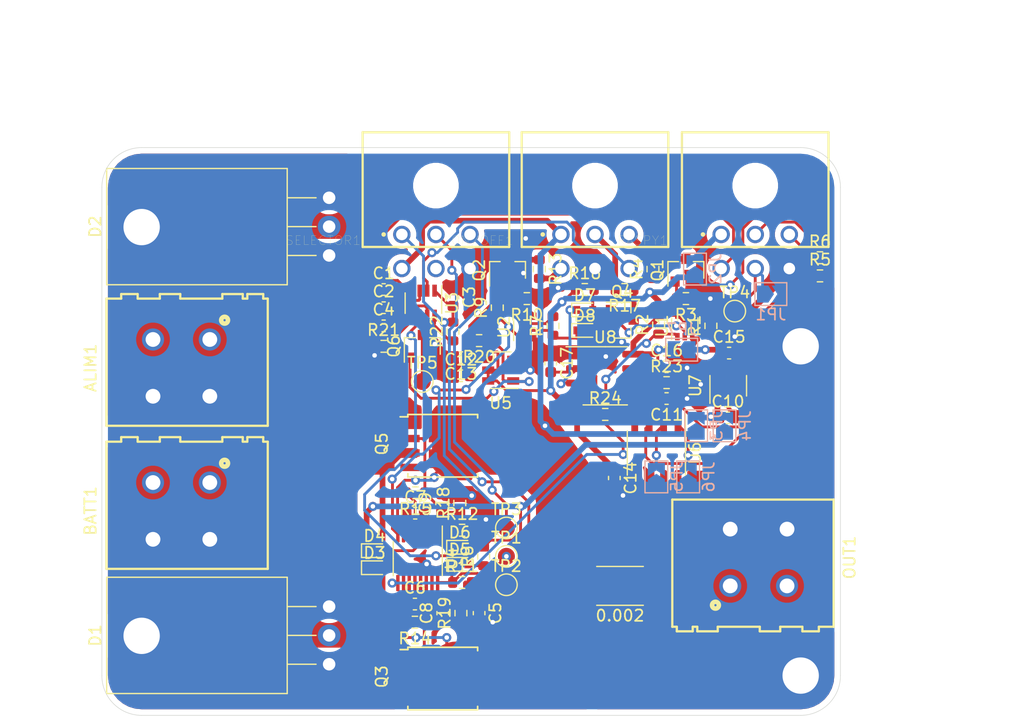
<source format=kicad_pcb>
(kicad_pcb (version 20171130) (host pcbnew "(5.1.8)-1")
  (layers (0 F.Cu signal) (31 B.Cu signal) (34 B.Paste user) (35 F.Paste user) (36 B.SilkS user) (37 F.SilkS user) (38 B.Mask user) (39 F.Mask user) (44 Edge.Cuts user))
  (net 0 "")
  (net 1 +3V3)
  (net 2 /VCC2)
  (net 3 GND)
  (net 4 /VCC1)
  (net 5 "Net-(C1-Pad2)")
  (net 6 VDD)
  (net 7 "Net-(C4-Pad2)")
  (net 8 "Net-(C5-Pad1)")
  (net 9 "Net-(C6-Pad1)")
  (net 10 "Net-(C7-Pad1)")
  (net 11 "Net-(C8-Pad2)")
  (net 12 "Net-(C9-Pad1)")
  (net 13 "Net-(C10-Pad1)")
  (net 14 "Net-(C11-Pad2)")
  (net 15 "Net-(C12-Pad2)")
  (net 16 "Net-(C15-Pad1)")
  (net 17 /TRIG)
  (net 18 /~EN1)
  (net 19 /~EN)
  (net 20 /~EN2)
  (net 21 /~BLINK)
  (net 22 "Net-(D7-Pad2)")
  (net 23 /~PH)
  (net 24 "Net-(JP2-Pad2)")
  (net 25 "Net-(JP5-Pad2)")
  (net 26 "Net-(JP6-Pad2)")
  (net 27 /BLUE)
  (net 28 /RED)
  (net 29 /GREEN)
  (net 30 /~PB)
  (net 31 "Net-(Q1-Pad1)")
  (net 32 "Net-(Q1-Pad3)")
  (net 33 "Net-(Q2-Pad1)")
  (net 34 "Net-(Q2-Pad3)")
  (net 35 "Net-(Q4-Pad3)")
  (net 36 /~KILL)
  (net 37 "Net-(Q6-Pad1)")
  (net 38 /~ONST1)
  (net 39 /SDA)
  (net 40 /SCL)
  (net 41 "Net-(R14-Pad2)")
  (net 42 "Net-(R15-Pad2)")
  (net 43 "Net-(R23-Pad1)")
  (net 44 /~INT)
  (net 45 /~ONST2)
  (net 46 VCC)
  (net 47 "Net-(0.002-Pad1)")
  (module ComponentsEvo:PowerPak-SO8_5.15x6.15mm_Pitch1.27mm (layer F.Cu) (at 60 56.26)
    (fp_text reference Q5 (at -5.3675 -0.1644 90) (layer F.SilkS))
    (fp_text value Si7997DP)
    (pad 5 smd rect (at 0.68 1.14) (size 3.81 1.65) (layers F.Cu F.Paste F.Mask) (net 46 VCC))
    (pad 6 smd rect (at 0.68 -1.13) (size 3.81 1.65) (layers F.Cu F.Paste F.Mask) (net 46 VCC))
    (pad 6 smd rect (at 2.885 -1.905) (size 1.7 0.65) (layers F.Cu F.Paste F.Mask) (net 46 VCC))
    (pad 6 smd rect (at 2.885 -0.635) (size 1.7 0.65) (layers F.Cu F.Paste F.Mask) (net 46 VCC))
    (pad 5 smd rect (at 2.885 0.635) (size 1.7 0.65) (layers F.Cu F.Paste F.Mask) (net 46 VCC))
    (pad 5 smd rect (at 2.885 1.905) (size 1.7 0.65) (layers F.Cu F.Paste F.Mask) (net 46 VCC))
    (pad 4 smd rect (at -2.885 1.905) (size 1.7 0.65) (layers F.Cu F.Paste F.Mask) (net 12 "Net-(C9-Pad1)"))
    (pad 3 smd rect (at -2.885 0.635) (size 1.7 0.65) (layers F.Cu F.Paste F.Mask) (net 2 /VCC2))
    (pad 2 smd rect (at -2.885 -0.635) (size 1.7 0.65) (layers F.Cu F.Paste F.Mask) (net 12 "Net-(C9-Pad1)"))
    (pad 1 smd rect (at -2.885 -1.905) (size 1.7 0.65) (layers F.Cu F.Paste F.Mask) (net 2 /VCC2))
  )
  (module Diode_SMD:D_SOD-523 (layer F.Cu) (at 54 67)
    (fp_text reference D3 (at 0 -1.3) (layer F.SilkS))
    (fp_text value D)
    (pad 1 smd rect (at -0.7 0 180) (size 0.6 0.7) (layers F.Cu F.Paste F.Mask) (net 6 VDD))
    (pad 2 smd rect (at 0.7 0 180) (size 0.6 0.7) (layers F.Cu F.Paste F.Mask) (net 4 /VCC1))
  )
  (module Diode_SMD:D_SOD-523 (layer F.Cu) (at 54 65.5)
    (fp_text reference D4 (at 0 -1.3) (layer F.SilkS))
    (fp_text value D)
    (pad 2 smd rect (at 0.7 0 180) (size 0.6 0.7) (layers F.Cu F.Paste F.Mask) (net 2 /VCC2))
    (pad 1 smd rect (at -0.7 0 180) (size 0.6 0.7) (layers F.Cu F.Paste F.Mask) (net 6 VDD))
  )
  (module MountingHole:MountingHole_3.2mm_M3_DIN965_Pad (layer F.Cu) (at 91.5 47.5)
    (fp_text reference REF** hide)
    (fp_text value MountingHole_3.2mm_M3_DIN965_Pad)
    (pad 1 thru_hole circle (at 0 0) (size 5.6 5.6) (drill 3.2) (layers *.Cu *.Mask) (net 3 GND))
  )
  (module MountingHole:MountingHole_3.2mm_M3_DIN965_Pad (layer F.Cu) (at 91.5 76.5)
    (fp_text reference REF** hide)
    (fp_text value MountingHole_3.2mm_M3_DIN965_Pad)
    (pad 1 thru_hole circle (at 0 0) (size 5.6 5.6) (drill 3.2) (layers *.Cu *.Mask) (net 3 GND))
  )
  (module Package_SO:SOIC-8_3.9x4.9mm_P1.27mm (layer F.Cu) (at 78.8 56.9 270)
    (fp_text reference U6 (at 0 -3.4 90) (layer F.SilkS))
    (fp_text value INA219AxD)
    (pad 1 smd roundrect (at -2.475 -1.905 270) (size 1.95 0.6) (layers F.Cu F.Paste F.Mask) (net 26 "Net-(JP6-Pad2)"))
    (pad 2 smd roundrect (at -2.475 -0.635 270) (size 1.95 0.6) (layers F.Cu F.Paste F.Mask) (net 25 "Net-(JP5-Pad2)"))
    (pad 3 smd roundrect (at -2.475 0.635 270) (size 1.95 0.6) (layers F.Cu F.Paste F.Mask) (net 39 /SDA))
    (pad 4 smd roundrect (at -2.475 1.905 270) (size 1.95 0.6) (layers F.Cu F.Paste F.Mask) (net 40 /SCL))
    (pad 5 smd roundrect (at 2.475 1.905 270) (size 1.95 0.6) (layers F.Cu F.Paste F.Mask) (net 1 +3V3))
    (pad 6 smd roundrect (at 2.475 0.635 270) (size 1.95 0.6) (layers F.Cu F.Paste F.Mask) (net 3 GND))
    (pad 7 smd roundrect (at 2.475 -0.635 270) (size 1.95 0.6) (layers F.Cu F.Paste F.Mask) (net 46 VCC))
    (pad 8 smd roundrect (at 2.475 -1.905 270) (size 1.95 0.6) (layers F.Cu F.Paste F.Mask) (net 47 "Net-(0.002-Pad1)"))
  )
  (module Capacitor_SMD:C_0603_1608Metric (layer F.Cu) (at 75.1 59.1 270)
    (fp_text reference C14 (at 0 -1.43 90) (layer F.SilkS))
    (fp_text value 100nF)
    (pad 2 smd roundrect (at 0.775 0 270) (size 0.9 0.95) (layers F.Cu F.Paste F.Mask) (net 3 GND))
    (pad 1 smd roundrect (at -0.775 0 270) (size 0.9 0.95) (layers F.Cu F.Paste F.Mask) (net 1 +3V3))
  )
  (module Jumper:SolderJumper-2_P1.3mm_Open_TrianglePad1.0x1.5mm (layer B.Cu) (at 78.8 59 90)
    (fp_text reference JP5 (at 0 1.8 90) (layer B.SilkS) (effects (justify mirror)))
    (fp_text value SolderJumper_2_Open)
    (pad 1 smd custom (at -0.725 0 90) (size 0.3 0.3) (layers B.Cu B.Mask) (net 3 GND) (options (clearance outline) (anchor rect)) (primitives (gr_poly (pts (xy -0.5 0.75) (xy 0.5 0.75) (xy 1 0) (xy 0.5 -0.75) (xy -0.5 -0.75)) (width 0))))
    (pad 2 smd custom (at 0.725 0 90) (size 0.3 0.3) (layers B.Cu B.Mask) (net 25 "Net-(JP5-Pad2)") (options (clearance outline) (anchor rect)) (primitives (gr_poly (pts (xy -0.65 0.75) (xy 0.5 0.75) (xy 0.5 -0.75) (xy -0.65 -0.75) (xy -0.15 0)) (width 0))))
  )
  (module Jumper:SolderJumper-2_P1.3mm_Open_TrianglePad1.0x1.5mm (layer B.Cu) (at 81.6 59 90)
    (fp_text reference JP6 (at 0 1.8 90) (layer B.SilkS) (effects (justify mirror)))
    (fp_text value SolderJumper_2_Open)
    (pad 2 smd custom (at 0.725 0 90) (size 0.3 0.3) (layers B.Cu B.Mask) (net 26 "Net-(JP6-Pad2)") (options (clearance outline) (anchor rect)) (primitives (gr_poly (pts (xy -0.65 0.75) (xy 0.5 0.75) (xy 0.5 -0.75) (xy -0.65 -0.75) (xy -0.15 0)) (width 0))))
    (pad 1 smd custom (at -0.725 0 90) (size 0.3 0.3) (layers B.Cu B.Mask) (net 3 GND) (options (clearance outline) (anchor rect)) (primitives (gr_poly (pts (xy -0.5 0.75) (xy 0.5 0.75) (xy 1 0) (xy 0.5 -0.75) (xy -0.5 -0.75)) (width 0))))
  )
  (module TestPoint:TestPoint_Pad_D1.5mm (layer F.Cu) (at 65.6 66)
    (fp_text reference TP1 (at 0 -1.648) (layer F.SilkS))
    (fp_text value TestPoint)
    (pad 1 smd circle (at 0 0) (size 1.5 1.5) (layers F.Cu F.Mask) (net 19 /~EN))
  )
  (module Package_TO_SOT_SMD:SOT-23-6 (layer F.Cu) (at 65.1 49.6 180)
    (fp_text reference U5 (at 0 -2.9) (layer F.SilkS))
    (fp_text value TPS3808DBV)
    (pad 1 smd rect (at -1.1 -0.95 180) (size 1.06 0.65) (layers F.Cu F.Paste F.Mask) (net 37 "Net-(Q6-Pad1)"))
    (pad 2 smd rect (at -1.1 0 180) (size 1.06 0.65) (layers F.Cu F.Paste F.Mask) (net 3 GND))
    (pad 3 smd rect (at -1.1 0.95 180) (size 1.06 0.65) (layers F.Cu F.Paste F.Mask) (net 23 /~PH))
    (pad 4 smd rect (at 1.1 0.95 180) (size 1.06 0.65) (layers F.Cu F.Paste F.Mask) (net 15 "Net-(C12-Pad2)"))
    (pad 6 smd rect (at 1.1 -0.95 180) (size 1.06 0.65) (layers F.Cu F.Paste F.Mask) (net 1 +3V3))
    (pad 5 smd rect (at 1.1 0 180) (size 1.06 0.65) (layers F.Cu F.Paste F.Mask) (net 1 +3V3))
  )
  (module Resistor_SMD:R_0603_1608Metric (layer F.Cu) (at 63.2 47 180)
    (fp_text reference R20 (at 0 -1.43) (layer F.SilkS))
    (fp_text value 10k)
    (pad 2 smd roundrect (at 0.825 0 180) (size 0.8 0.95) (layers F.Cu F.Paste F.Mask) (net 1 +3V3))
    (pad 1 smd roundrect (at -0.825 0 180) (size 0.8 0.95) (layers F.Cu F.Paste F.Mask) (net 37 "Net-(Q6-Pad1)"))
  )
  (module Resistor_SMD:R_0603_1608Metric (layer F.Cu) (at 64.8 44.1 90)
    (fp_text reference R9 (at 0 -1.43 90) (layer F.SilkS))
    (fp_text value 10k)
    (pad 1 smd roundrect (at -0.825 0 90) (size 0.8 0.95) (layers F.Cu F.Paste F.Mask) (net 45 /~ONST2))
    (pad 2 smd roundrect (at 0.825 0 90) (size 0.8 0.95) (layers F.Cu F.Paste F.Mask) (net 1 +3V3))
  )
  (module Capacitor_SMD:C_0603_1608Metric (layer F.Cu) (at 57.55 70.2)
    (fp_text reference C6 (at 0 -1.43) (layer F.SilkS))
    (fp_text value 62nF)
    (pad 2 smd roundrect (at 0.775 0) (size 0.9 0.95) (layers F.Cu F.Paste F.Mask) (net 4 /VCC1))
    (pad 1 smd roundrect (at -0.775 0) (size 0.9 0.95) (layers F.Cu F.Paste F.Mask) (net 9 "Net-(C6-Pad1)"))
  )
  (module Diode_SMD:D_SOD-523 (layer F.Cu) (at 61.5 65.2)
    (fp_text reference D6 (at 0 -1.3) (layer F.SilkS))
    (fp_text value D)
    (pad 1 smd rect (at -0.7 0 180) (size 0.6 0.7) (layers F.Cu F.Paste F.Mask) (net 20 /~EN2))
    (pad 2 smd rect (at 0.7 0 180) (size 0.6 0.7) (layers F.Cu F.Paste F.Mask) (net 19 /~EN))
  )
  (module Package_TO_SOT_SMD:SOT-23 (layer F.Cu) (at 58.2 47.5 90)
    (fp_text reference Q6 (at 0 -2.5 90) (layer F.SilkS))
    (fp_text value Q_NMOS_GSD)
    (pad 3 smd rect (at 1 0 90) (size 0.9 0.8) (layers F.Cu F.Paste F.Mask) (net 36 /~KILL))
    (pad 2 smd rect (at -1 0.95 90) (size 0.9 0.8) (layers F.Cu F.Paste F.Mask) (net 3 GND))
    (pad 1 smd rect (at -1 -0.95 90) (size 0.9 0.8) (layers F.Cu F.Paste F.Mask) (net 37 "Net-(Q6-Pad1)"))
  )
  (module Resistor_SMD:R_0603_1608Metric (layer F.Cu) (at 60.9 46.2 90)
    (fp_text reference R22 (at 0 -1.43 90) (layer F.SilkS))
    (fp_text value 10k)
    (pad 2 smd roundrect (at 0.825 0 90) (size 0.8 0.95) (layers F.Cu F.Paste F.Mask) (net 6 VDD))
    (pad 1 smd roundrect (at -0.825 0 90) (size 0.8 0.95) (layers F.Cu F.Paste F.Mask) (net 36 /~KILL))
  )
  (module Package_TO_SOT_SMD:SOT-353_SC-70-5 (layer F.Cu) (at 67.4 45.8 90)
    (fp_text reference U2 (at 0 -2 90) (layer F.SilkS))
    (fp_text value 74AUP1G02)
    (pad 1 smd rect (at -0.95 -0.65 90) (size 0.65 0.4) (layers F.Cu F.Paste F.Mask) (net 45 /~ONST2))
    (pad 3 smd rect (at -0.95 0.65 90) (size 0.65 0.4) (layers F.Cu F.Paste F.Mask) (net 3 GND))
    (pad 2 smd rect (at -0.95 0 90) (size 0.65 0.4) (layers F.Cu F.Paste F.Mask) (net 23 /~PH))
    (pad 4 smd rect (at 0.95 0.65 90) (size 0.65 0.4) (layers F.Cu F.Paste F.Mask) (net 33 "Net-(Q2-Pad1)"))
    (pad 5 smd rect (at 0.95 -0.65 90) (size 0.65 0.4) (layers F.Cu F.Paste F.Mask) (net 1 +3V3))
  )
  (module Resistor_SMD:R_2512_6332Metric_Pad1.52x3.35mm_HandSolder (layer F.Cu) (at 75.6 68.6 180)
    (fp_text reference 0.002 (at 0 -2.62) (layer F.SilkS))
    (fp_text value R)
    (pad 1 smd roundrect (at -2.9875 0 180) (size 1.525 3.35) (layers F.Cu F.Paste F.Mask) (roundrect_rratio 0.163934) (net 47 "Net-(0.002-Pad1)"))
    (pad 2 smd roundrect (at 2.9875 0 180) (size 1.525 3.35) (layers F.Cu F.Paste F.Mask) (roundrect_rratio 0.163934) (net 46 VCC))
  )
  (module ConnectorsEvo:691413720002B (layer F.Cu) (at 37 49.4 270)
    (fp_text reference ALIM1 (at 0 8 90) (layer F.SilkS))
    (fp_text value Conn_01x02_Male)
    (pad 1 thru_hole circle (at -2.5 -2.5 270) (size 1.95 1.95) (drill 1.3) (layers *.Cu *.Mask) (net 2 /VCC2))
    (pad 1 thru_hole circle (at -2.5 2.5 270) (size 1.95 1.95) (drill 1.3) (layers *.Cu *.Mask) (net 2 /VCC2))
    (pad 2 thru_hole circle (at 2.5 -2.5 270) (size 1.95 1.95) (drill 1.3) (layers *.Cu *.Mask) (net 3 GND))
    (pad 2 thru_hole circle (at 2.5 2.5 270) (size 1.95 1.95) (drill 1.3) (layers *.Cu *.Mask) (net 3 GND))
  )
  (module ConnectorsEvo:691413720002B (layer F.Cu) (at 37 62 270)
    (fp_text reference BATT1 (at 0 8 90) (layer F.SilkS))
    (fp_text value Conn_01x02_Male)
    (pad 2 thru_hole circle (at 2.5 2.5 270) (size 1.95 1.95) (drill 1.3) (layers *.Cu *.Mask) (net 3 GND))
    (pad 2 thru_hole circle (at 2.5 -2.5 270) (size 1.95 1.95) (drill 1.3) (layers *.Cu *.Mask) (net 3 GND))
    (pad 1 thru_hole circle (at -2.5 2.5 270) (size 1.95 1.95) (drill 1.3) (layers *.Cu *.Mask) (net 4 /VCC1))
    (pad 1 thru_hole circle (at -2.5 -2.5 270) (size 1.95 1.95) (drill 1.3) (layers *.Cu *.Mask) (net 4 /VCC1))
  )
  (module Capacitor_SMD:C_0603_1608Metric (layer F.Cu) (at 54.8 42.5)
    (fp_text reference C1 (at 0 -1.43) (layer F.SilkS))
    (fp_text value 100nF)
    (pad 2 smd roundrect (at 0.775 0) (size 0.9 0.95) (layers F.Cu F.Paste F.Mask) (net 5 "Net-(C1-Pad2)"))
    (pad 1 smd roundrect (at -0.775 0) (size 0.9 0.95) (layers F.Cu F.Paste F.Mask) (net 3 GND))
  )
  (module Capacitor_SMD:C_0603_1608Metric (layer F.Cu) (at 54.8 44.1)
    (fp_text reference C2 (at 0 -1.43) (layer F.SilkS))
    (fp_text value 100nF)
    (pad 2 smd roundrect (at 0.775 0) (size 0.9 0.95) (layers F.Cu F.Paste F.Mask) (net 5 "Net-(C1-Pad2)"))
    (pad 1 smd roundrect (at -0.775 0) (size 0.9 0.95) (layers F.Cu F.Paste F.Mask) (net 3 GND))
  )
  (module Capacitor_SMD:C_0603_1608Metric (layer F.Cu) (at 60.9 43.175 270)
    (fp_text reference C3 (at 0 -1.43 90) (layer F.SilkS))
    (fp_text value 100nF)
    (pad 2 smd roundrect (at 0.775 0 270) (size 0.9 0.95) (layers F.Cu F.Paste F.Mask) (net 6 VDD))
    (pad 1 smd roundrect (at -0.775 0 270) (size 0.9 0.95) (layers F.Cu F.Paste F.Mask) (net 3 GND))
  )
  (module Capacitor_SMD:C_0603_1608Metric (layer F.Cu) (at 54.8 45.7)
    (fp_text reference C4 (at 0 -1.43) (layer F.SilkS))
    (fp_text value 780nF)
    (pad 1 smd roundrect (at -0.775 0) (size 0.9 0.95) (layers F.Cu F.Paste F.Mask) (net 3 GND))
    (pad 2 smd roundrect (at 0.775 0) (size 0.9 0.95) (layers F.Cu F.Paste F.Mask) (net 7 "Net-(C4-Pad2)"))
  )
  (module Capacitor_SMD:C_0603_1608Metric (layer F.Cu) (at 63.2 71 270)
    (fp_text reference C5 (at 0 -1.43 90) (layer F.SilkS))
    (fp_text value 100nF)
    (pad 1 smd roundrect (at -0.775 0 270) (size 0.9 0.95) (layers F.Cu F.Paste F.Mask) (net 8 "Net-(C5-Pad1)"))
    (pad 2 smd roundrect (at 0.775 0 270) (size 0.9 0.95) (layers F.Cu F.Paste F.Mask) (net 3 GND))
  )
  (module Capacitor_SMD:C_0603_1608Metric (layer F.Cu) (at 57.575 62.2)
    (fp_text reference C7 (at 0 -1.43) (layer F.SilkS))
    (fp_text value 62nF)
    (pad 1 smd roundrect (at -0.775 0) (size 0.9 0.95) (layers F.Cu F.Paste F.Mask) (net 10 "Net-(C7-Pad1)"))
    (pad 2 smd roundrect (at 0.775 0) (size 0.9 0.95) (layers F.Cu F.Paste F.Mask) (net 2 /VCC2))
  )
  (module Capacitor_SMD:C_0603_1608Metric (layer F.Cu) (at 60 71 90)
    (fp_text reference C8 (at 0 -1.43 90) (layer F.SilkS))
    (fp_text value 100nF)
    (pad 1 smd roundrect (at -0.775 0 90) (size 0.9 0.95) (layers F.Cu F.Paste F.Mask) (net 3 GND))
    (pad 2 smd roundrect (at 0.775 0 90) (size 0.9 0.95) (layers F.Cu F.Paste F.Mask) (net 11 "Net-(C8-Pad2)"))
  )
  (module Capacitor_SMD:C_0603_1608Metric (layer F.Cu) (at 59.9 61.3 90)
    (fp_text reference C9 (at 0 -1.43 90) (layer F.SilkS))
    (fp_text value 100nF)
    (pad 1 smd roundrect (at -0.775 0 90) (size 0.9 0.95) (layers F.Cu F.Paste F.Mask) (net 12 "Net-(C9-Pad1)"))
    (pad 2 smd roundrect (at 0.775 0 90) (size 0.9 0.95) (layers F.Cu F.Paste F.Mask) (net 3 GND))
  )
  (module Capacitor_SMD:C_0603_1608Metric (layer F.Cu) (at 85.1 53.8)
    (fp_text reference C10 (at 0 -1.43 180) (layer F.SilkS))
    (fp_text value 1uF)
    (pad 2 smd roundrect (at 0.775 0) (size 0.9 0.95) (layers F.Cu F.Paste F.Mask) (net 3 GND))
    (pad 1 smd roundrect (at -0.775 0) (size 0.9 0.95) (layers F.Cu F.Paste F.Mask) (net 13 "Net-(C10-Pad1)"))
  )
  (module Capacitor_SMD:C_0603_1608Metric (layer F.Cu) (at 79.7 52.1 180)
    (fp_text reference C11 (at 0 -1.43) (layer F.SilkS))
    (fp_text value 100nF)
    (pad 2 smd roundrect (at 0.775 0 180) (size 0.9 0.95) (layers F.Cu F.Paste F.Mask) (net 14 "Net-(C11-Pad2)"))
    (pad 1 smd roundrect (at -0.775 0 180) (size 0.9 0.95) (layers F.Cu F.Paste F.Mask) (net 3 GND))
  )
  (module Capacitor_SMD:C_0603_1608Metric (layer F.Cu) (at 61.6 50.1)
    (fp_text reference C12 (at 0 -1.43) (layer F.SilkS))
    (fp_text value 780nF)
    (pad 1 smd roundrect (at -0.775 0) (size 0.9 0.95) (layers F.Cu F.Paste F.Mask) (net 3 GND))
    (pad 2 smd roundrect (at 0.775 0) (size 0.9 0.95) (layers F.Cu F.Paste F.Mask) (net 15 "Net-(C12-Pad2)"))
  )
  (module Capacitor_SMD:C_0603_1608Metric (layer F.Cu) (at 61.6 48.5 180)
    (fp_text reference C13 (at 0 -1.43) (layer F.SilkS))
    (fp_text value 100nF)
    (pad 2 smd roundrect (at 0.775 0 180) (size 0.9 0.95) (layers F.Cu F.Paste F.Mask) (net 3 GND))
    (pad 1 smd roundrect (at -0.775 0 180) (size 0.9 0.95) (layers F.Cu F.Paste F.Mask) (net 1 +3V3))
  )
  (module Capacitor_SMD:C_0603_1608Metric (layer F.Cu) (at 85.2 48.1)
    (fp_text reference C15 (at 0 -1.43 180) (layer F.SilkS))
    (fp_text value 1uF)
    (pad 1 smd roundrect (at -0.775 0) (size 0.9 0.95) (layers F.Cu F.Paste F.Mask) (net 16 "Net-(C15-Pad1)"))
    (pad 2 smd roundrect (at 0.775 0) (size 0.9 0.95) (layers F.Cu F.Paste F.Mask) (net 3 GND))
  )
  (module Capacitor_SMD:C_0603_1608Metric (layer F.Cu) (at 79.7 49.3)
    (fp_text reference C16 (at 0 -1.43) (layer F.SilkS))
    (fp_text value 100nF)
    (pad 1 smd roundrect (at -0.775 0) (size 0.9 0.95) (layers F.Cu F.Paste F.Mask) (net 1 +3V3))
    (pad 2 smd roundrect (at 0.775 0) (size 0.9 0.95) (layers F.Cu F.Paste F.Mask) (net 3 GND))
  )
  (module Capacitor_SMD:C_0603_1608Metric (layer F.Cu) (at 69.5 49 270)
    (fp_text reference C17 (at 0 -1.43 90) (layer F.SilkS))
    (fp_text value 4.7uF)
    (pad 1 smd roundrect (at -0.775 0 270) (size 0.9 0.95) (layers F.Cu F.Paste F.Mask) (net 3 GND))
    (pad 2 smd roundrect (at 0.775 0 270) (size 0.9 0.95) (layers F.Cu F.Paste F.Mask) (net 17 /TRIG))
  )
  (module Package_TO_SOT_THT:TO-220-3_Horizontal_TabDown (layer F.Cu) (at 50 75.5 90)
    (fp_text reference D1 (at 2.54 -20.58 90) (layer F.SilkS))
    (fp_text value MBR60)
    (pad "" thru_hole oval (at 2.5 -16.5 90) (size 5.6 5.6) (drill 3.2) (layers *.Cu *.Mask) (net 3 GND))
    (pad 1 thru_hole rect (at 0 0 90) (size 1.905 2) (drill 1.1) (layers *.Cu *.Mask) (net 3 GND))
    (pad 2 thru_hole oval (at 2.54 0 90) (size 1.905 2) (drill 1.1) (layers *.Cu *.Mask) (net 4 /VCC1))
    (pad 3 thru_hole oval (at 5.08 0 90) (size 1.905 2) (drill 1.1) (layers *.Cu *.Mask) (net 3 GND))
  )
  (module Package_TO_SOT_THT:TO-220-3_Horizontal_TabDown (layer F.Cu) (at 50 39.5 90)
    (fp_text reference D2 (at 2.54 -20.58 90) (layer F.SilkS))
    (fp_text value MBR60)
    (pad 3 thru_hole oval (at 5.08 0 90) (size 1.905 2) (drill 1.1) (layers *.Cu *.Mask) (net 3 GND))
    (pad 2 thru_hole oval (at 2.54 0 90) (size 1.905 2) (drill 1.1) (layers *.Cu *.Mask) (net 2 /VCC2))
    (pad 1 thru_hole rect (at 0 0 90) (size 1.905 2) (drill 1.1) (layers *.Cu *.Mask) (net 3 GND))
    (pad "" thru_hole oval (at 2.5 -16.5 90) (size 5.6 5.6) (drill 3.2) (layers *.Cu *.Mask) (net 3 GND))
  )
  (module Diode_SMD:D_SOD-523 (layer F.Cu) (at 61.5 66.7)
    (fp_text reference D5 (at 0 -1.3) (layer F.SilkS))
    (fp_text value D)
    (pad 2 smd rect (at 0.7 0 180) (size 0.6 0.7) (layers F.Cu F.Paste F.Mask) (net 19 /~EN))
    (pad 1 smd rect (at -0.7 0 180) (size 0.6 0.7) (layers F.Cu F.Paste F.Mask) (net 18 /~EN1))
  )
  (module Diode_SMD:D_SOD-523 (layer F.Cu) (at 72.5 44.3)
    (fp_text reference D7 (at 0 -1.3) (layer F.SilkS))
    (fp_text value D)
    (pad 1 smd rect (at -0.7 0 180) (size 0.6 0.7) (layers F.Cu F.Paste F.Mask) (net 21 /~BLINK))
    (pad 2 smd rect (at 0.7 0 180) (size 0.6 0.7) (layers F.Cu F.Paste F.Mask) (net 22 "Net-(D7-Pad2)"))
  )
  (module Diode_SMD:D_SOD-523 (layer F.Cu) (at 72.5 46.1)
    (fp_text reference D8 (at 0 -1.3) (layer F.SilkS))
    (fp_text value D)
    (pad 2 smd rect (at 0.7 0 180) (size 0.6 0.7) (layers F.Cu F.Paste F.Mask) (net 22 "Net-(D7-Pad2)"))
    (pad 1 smd rect (at -0.7 0 180) (size 0.6 0.7) (layers F.Cu F.Paste F.Mask) (net 23 /~PH))
  )
  (module Jumper:SolderJumper-2_P1.3mm_Open_TrianglePad1.0x1.5mm (layer B.Cu) (at 88.875 42.9)
    (fp_text reference JP1 (at 0 1.8) (layer B.SilkS) (effects (justify mirror)))
    (fp_text value SolderJumper_2_Open)
    (pad 2 smd custom (at 0.725 0) (size 0.3 0.3) (layers B.Cu B.Mask) (net 3 GND) (options (clearance outline) (anchor rect)) (primitives (gr_poly (pts (xy -0.65 0.75) (xy 0.5 0.75) (xy 0.5 -0.75) (xy -0.65 -0.75) (xy -0.15 0)) (width 0))))
    (pad 1 smd custom (at -0.725 0) (size 0.3 0.3) (layers B.Cu B.Mask) (net 23 /~PH) (options (clearance outline) (anchor rect)) (primitives (gr_poly (pts (xy -0.5 0.75) (xy 0.5 0.75) (xy 1 0) (xy 0.5 -0.75) (xy -0.5 -0.75)) (width 0))))
  )
  (module Jumper:SolderJumper-2_P1.3mm_Open_TrianglePad1.0x1.5mm (layer B.Cu) (at 82.2 40.7 90)
    (fp_text reference JP2 (at 0 1.8 270) (layer B.SilkS) (effects (justify mirror)))
    (fp_text value SolderJumper_2_Open)
    (pad 2 smd custom (at 0.725 0 90) (size 0.3 0.3) (layers B.Cu B.Mask) (net 24 "Net-(JP2-Pad2)") (options (clearance outline) (anchor rect)) (primitives (gr_poly (pts (xy -0.65 0.75) (xy 0.5 0.75) (xy 0.5 -0.75) (xy -0.65 -0.75) (xy -0.15 0)) (width 0))))
    (pad 1 smd custom (at -0.725 0 90) (size 0.3 0.3) (layers B.Cu B.Mask) (net 1 +3V3) (options (clearance outline) (anchor rect)) (primitives (gr_poly (pts (xy -0.5 0.75) (xy 0.5 0.75) (xy 1 0) (xy 0.5 -0.75) (xy -0.5 -0.75)) (width 0))))
  )
  (module Jumper:SolderJumper-2_P1.3mm_Open_TrianglePad1.0x1.5mm (layer B.Cu) (at 82.3 54.5 90)
    (fp_text reference JP3 (at 0 1.8 90) (layer B.SilkS) (effects (justify mirror)))
    (fp_text value SolderJumper_2_Bridged)
    (pad 1 smd custom (at -0.725 0 90) (size 0.3 0.3) (layers B.Cu B.Mask) (net 46 VCC) (options (clearance outline) (anchor rect)) (primitives (gr_poly (pts (xy -0.5 0.75) (xy 0.5 0.75) (xy 1 0) (xy 0.5 -0.75) (xy -0.5 -0.75)) (width 0))))
    (pad 2 smd custom (at 0.725 0 90) (size 0.3 0.3) (layers B.Cu B.Mask) (net 13 "Net-(C10-Pad1)") (options (clearance outline) (anchor rect)) (primitives (gr_poly (pts (xy -0.65 0.75) (xy 0.5 0.75) (xy 0.5 -0.75) (xy -0.65 -0.75) (xy -0.15 0)) (width 0))))
  )
  (module Jumper:SolderJumper-2_P1.3mm_Open_TrianglePad1.0x1.5mm (layer B.Cu) (at 84.8 54.5 90)
    (fp_text reference JP4 (at 0 1.8 90) (layer B.SilkS) (effects (justify mirror)))
    (fp_text value SolderJumper_2_Open)
    (pad 2 smd custom (at 0.725 0 90) (size 0.3 0.3) (layers B.Cu B.Mask) (net 13 "Net-(C10-Pad1)") (options (clearance outline) (anchor rect)) (primitives (gr_poly (pts (xy -0.65 0.75) (xy 0.5 0.75) (xy 0.5 -0.75) (xy -0.65 -0.75) (xy -0.15 0)) (width 0))))
    (pad 1 smd custom (at -0.725 0 90) (size 0.3 0.3) (layers B.Cu B.Mask) (net 6 VDD) (options (clearance outline) (anchor rect)) (primitives (gr_poly (pts (xy -0.5 0.75) (xy 0.5 0.75) (xy 1 0) (xy 0.5 -0.75) (xy -0.5 -0.75)) (width 0))))
  )
  (module Jumper:SolderJumper-2_P1.3mm_Open_TrianglePad1.0x1.5mm (layer B.Cu) (at 81.025 47.8 180)
    (fp_text reference JP7 (at 0 1.8) (layer B.SilkS) (effects (justify mirror)))
    (fp_text value SolderJumper_2_Open)
    (pad 1 smd custom (at -0.725 0 180) (size 0.3 0.3) (layers B.Cu B.Mask) (net 16 "Net-(C15-Pad1)") (options (clearance outline) (anchor rect)) (primitives (gr_poly (pts (xy -0.5 0.75) (xy 0.5 0.75) (xy 1 0) (xy 0.5 -0.75) (xy -0.5 -0.75)) (width 0))))
    (pad 2 smd custom (at 0.725 0 180) (size 0.3 0.3) (layers B.Cu B.Mask) (net 1 +3V3) (options (clearance outline) (anchor rect)) (primitives (gr_poly (pts (xy -0.65 0.75) (xy 0.5 0.75) (xy 0.5 -0.75) (xy -0.65 -0.75) (xy -0.15 0)) (width 0))))
  )
  (module ConnectorsEvo:66200621022 (layer F.Cu) (at 73.4 33.7 180)
    (fp_text reference ON/OFF1 (at 9.92 -4.483) (layer F.SilkS) (effects (font (size 0.8 0.8) (thickness 0.015))))
    (fp_text value Conn_01x06_Male)
    (pad None np_thru_hole circle (at 0 0.35 180) (size 3 3) (drill 3) (layers *.Cu *.Mask))
    (pad 6 thru_hole circle (at -3 -6.95 180) (size 1.53 1.53) (drill 1.02) (layers *.Cu *.Mask) (net 30 /~PB))
    (pad 3 thru_hole circle (at -3 -3.95 180) (size 1.53 1.53) (drill 1.02) (layers *.Cu *.Mask) (net 29 /GREEN))
    (pad 5 thru_hole circle (at 0 -6.95 180) (size 1.53 1.53) (drill 1.02) (layers *.Cu *.Mask) (net 3 GND))
    (pad 2 thru_hole circle (at 0 -3.95 180) (size 1.53 1.53) (drill 1.02) (layers *.Cu *.Mask) (net 28 /RED))
    (pad 4 thru_hole circle (at 3 -6.95 180) (size 1.53 1.53) (drill 1.02) (layers *.Cu *.Mask) (net 27 /BLUE))
    (pad 1 thru_hole circle (at 3 -3.95 180) (size 1.53 1.53) (drill 1.02) (layers *.Cu *.Mask) (net 46 VCC))
  )
  (module ConnectorsEvo:691413720002B (layer F.Cu) (at 87.8 66.1 90)
    (fp_text reference OUT1 (at 0 8 90) (layer F.SilkS))
    (fp_text value Conn_01x02_Male)
    (pad 2 thru_hole circle (at 2.5 2.5 90) (size 1.95 1.95) (drill 1.3) (layers *.Cu *.Mask) (net 3 GND))
    (pad 2 thru_hole circle (at 2.5 -2.5 90) (size 1.95 1.95) (drill 1.3) (layers *.Cu *.Mask) (net 3 GND))
    (pad 1 thru_hole circle (at -2.5 2.5 90) (size 1.95 1.95) (drill 1.3) (layers *.Cu *.Mask) (net 47 "Net-(0.002-Pad1)"))
    (pad 1 thru_hole circle (at -2.5 -2.5 90) (size 1.95 1.95) (drill 1.3) (layers *.Cu *.Mask) (net 47 "Net-(0.002-Pad1)"))
  )
  (module Package_TO_SOT_SMD:SOT-23 (layer F.Cu) (at 81.4 40.8 90)
    (fp_text reference Q1 (at 0 -2.5 90) (layer F.SilkS))
    (fp_text value Q_NMOS_GSD)
    (pad 3 smd rect (at 1 0 90) (size 0.9 0.8) (layers F.Cu F.Paste F.Mask) (net 32 "Net-(Q1-Pad3)"))
    (pad 2 smd rect (at -1 0.95 90) (size 0.9 0.8) (layers F.Cu F.Paste F.Mask) (net 3 GND))
    (pad 1 smd rect (at -1 -0.95 90) (size 0.9 0.8) (layers F.Cu F.Paste F.Mask) (net 31 "Net-(Q1-Pad1)"))
  )
  (module Package_TO_SOT_SMD:SOT-23 (layer F.Cu) (at 65.7 40.8 90)
    (fp_text reference Q2 (at 0 -2.5 90) (layer F.SilkS))
    (fp_text value Q_NMOS_GSD)
    (pad 1 smd rect (at -1 -0.95 90) (size 0.9 0.8) (layers F.Cu F.Paste F.Mask) (net 33 "Net-(Q2-Pad1)"))
    (pad 2 smd rect (at -1 0.95 90) (size 0.9 0.8) (layers F.Cu F.Paste F.Mask) (net 3 GND))
    (pad 3 smd rect (at 1 0 90) (size 0.9 0.8) (layers F.Cu F.Paste F.Mask) (net 34 "Net-(Q2-Pad3)"))
  )
  (module ComponentsEvo:PowerPak-SO8_5.15x6.15mm_Pitch1.27mm (layer F.Cu) (at 60 76.76)
    (fp_text reference Q3 (at -5.3675 -0.1644 90) (layer F.SilkS))
    (fp_text value Si7997DP)
    (pad 1 smd rect (at -2.885 -1.905) (size 1.7 0.65) (layers F.Cu F.Paste F.Mask) (net 4 /VCC1))
    (pad 2 smd rect (at -2.885 -0.635) (size 1.7 0.65) (layers F.Cu F.Paste F.Mask) (net 11 "Net-(C8-Pad2)"))
    (pad 3 smd rect (at -2.885 0.635) (size 1.7 0.65) (layers F.Cu F.Paste F.Mask) (net 4 /VCC1))
    (pad 4 smd rect (at -2.885 1.905) (size 1.7 0.65) (layers F.Cu F.Paste F.Mask) (net 11 "Net-(C8-Pad2)"))
    (pad 5 smd rect (at 2.885 1.905) (size 1.7 0.65) (layers F.Cu F.Paste F.Mask) (net 46 VCC))
    (pad 5 smd rect (at 2.885 0.635) (size 1.7 0.65) (layers F.Cu F.Paste F.Mask) (net 46 VCC))
    (pad 6 smd rect (at 2.885 -0.635) (size 1.7 0.65) (layers F.Cu F.Paste F.Mask) (net 46 VCC))
    (pad 6 smd rect (at 2.885 -1.905) (size 1.7 0.65) (layers F.Cu F.Paste F.Mask) (net 46 VCC))
    (pad 6 smd rect (at 0.68 -1.13) (size 3.81 1.65) (layers F.Cu F.Paste F.Mask) (net 46 VCC))
    (pad 5 smd rect (at 0.68 1.14) (size 3.81 1.65) (layers F.Cu F.Paste F.Mask) (net 46 VCC))
  )
  (module Package_TO_SOT_SMD:SOT-23 (layer F.Cu) (at 75.8 45.2)
    (fp_text reference Q4 (at 0 -2.5) (layer F.SilkS))
    (fp_text value Q_NMOS_GSD)
    (pad 1 smd rect (at -1 -0.95) (size 0.9 0.8) (layers F.Cu F.Paste F.Mask) (net 22 "Net-(D7-Pad2)"))
    (pad 2 smd rect (at -1 0.95) (size 0.9 0.8) (layers F.Cu F.Paste F.Mask) (net 3 GND))
    (pad 3 smd rect (at 1 0) (size 0.9 0.8) (layers F.Cu F.Paste F.Mask) (net 35 "Net-(Q4-Pad3)"))
  )
  (module Resistor_SMD:R_0603_1608Metric (layer F.Cu) (at 83.6 45.7 90)
    (fp_text reference R1 (at 0 -1.43 90) (layer F.SilkS))
    (fp_text value 10k)
    (pad 1 smd roundrect (at -0.825 0 90) (size 0.8 0.95) (layers F.Cu F.Paste F.Mask) (net 23 /~PH))
    (pad 2 smd roundrect (at 0.825 0 90) (size 0.8 0.95) (layers F.Cu F.Paste F.Mask) (net 1 +3V3))
  )
  (module Resistor_SMD:R_0603_1608Metric (layer F.Cu) (at 79 45.6 90)
    (fp_text reference R2 (at 0 -1.43 90) (layer F.SilkS))
    (fp_text value 10k)
    (pad 2 smd roundrect (at 0.825 0 90) (size 0.8 0.95) (layers F.Cu F.Paste F.Mask) (net 1 +3V3))
    (pad 1 smd roundrect (at -0.825 0 90) (size 0.8 0.95) (layers F.Cu F.Paste F.Mask) (net 38 /~ONST1))
  )
  (module Resistor_SMD:R_0603_1608Metric (layer F.Cu) (at 81.4 43.3 180)
    (fp_text reference R3 (at 0 -1.43) (layer F.SilkS))
    (fp_text value 10k)
    (pad 2 smd roundrect (at 0.825 0 180) (size 0.8 0.95) (layers F.Cu F.Paste F.Mask) (net 31 "Net-(Q1-Pad1)"))
    (pad 1 smd roundrect (at -0.825 0 180) (size 0.8 0.95) (layers F.Cu F.Paste F.Mask) (net 3 GND))
  )
  (module Resistor_SMD:R_0603_1608Metric (layer F.Cu) (at 78.5 40.7 90)
    (fp_text reference R4 (at 0 -1.43 90) (layer F.SilkS))
    (fp_text value 330)
    (pad 2 smd roundrect (at 0.825 0 90) (size 0.8 0.95) (layers F.Cu F.Paste F.Mask) (net 29 /GREEN))
    (pad 1 smd roundrect (at -0.825 0 90) (size 0.8 0.95) (layers F.Cu F.Paste F.Mask) (net 32 "Net-(Q1-Pad3)"))
  )
  (module Resistor_SMD:R_0603_1608Metric (layer F.Cu) (at 93.2 41.3)
    (fp_text reference R5 (at 0 -1.43) (layer F.SilkS))
    (fp_text value 4.7k)
    (pad 1 smd roundrect (at -0.825 0) (size 0.8 0.95) (layers F.Cu F.Paste F.Mask) (net 39 /SDA))
    (pad 2 smd roundrect (at 0.825 0) (size 0.8 0.95) (layers F.Cu F.Paste F.Mask) (net 1 +3V3))
  )
  (module Resistor_SMD:R_0603_1608Metric (layer F.Cu) (at 93.2 39.7)
    (fp_text reference R6 (at 0 -1.43) (layer F.SilkS))
    (fp_text value 4.7k)
    (pad 2 smd roundrect (at 0.825 0) (size 0.8 0.95) (layers F.Cu F.Paste F.Mask) (net 1 +3V3))
    (pad 1 smd roundrect (at -0.825 0) (size 0.8 0.95) (layers F.Cu F.Paste F.Mask) (net 40 /SCL))
  )
  (module Resistor_SMD:R_0603_1608Metric (layer F.Cu) (at 69.7 45.7 90)
    (fp_text reference R7 (at 0 -1.43 90) (layer F.SilkS))
    (fp_text value 10k)
    (pad 2 smd roundrect (at 0.825 0 90) (size 0.8 0.95) (layers F.Cu F.Paste F.Mask) (net 1 +3V3))
    (pad 1 smd roundrect (at -0.825 0 90) (size 0.8 0.95) (layers F.Cu F.Paste F.Mask) (net 23 /~PH))
  )
  (module Resistor_SMD:R_0603_1608Metric (layer F.Cu) (at 63.6 66 90)
    (fp_text reference R8 (at 0 -1.43 90) (layer F.SilkS))
    (fp_text value 10k)
    (pad 1 smd roundrect (at -0.825 0 90) (size 0.8 0.95) (layers F.Cu F.Paste F.Mask) (net 19 /~EN))
    (pad 2 smd roundrect (at 0.825 0 90) (size 0.8 0.95) (layers F.Cu F.Paste F.Mask) (net 6 VDD))
  )
  (module Resistor_SMD:R_0603_1608Metric (layer F.Cu) (at 67.4 43.3 180)
    (fp_text reference R10 (at 0 -1.43) (layer F.SilkS))
    (fp_text value 10k)
    (pad 1 smd roundrect (at -0.825 0 180) (size 0.8 0.95) (layers F.Cu F.Paste F.Mask) (net 3 GND))
    (pad 2 smd roundrect (at 0.825 0 180) (size 0.8 0.95) (layers F.Cu F.Paste F.Mask) (net 33 "Net-(Q2-Pad1)"))
  )
  (module Resistor_SMD:R_0603_1608Metric (layer F.Cu) (at 61.7 68.3)
    (fp_text reference R11 (at 0 -1.43) (layer F.SilkS))
    (fp_text value 10k)
    (pad 1 smd roundrect (at -0.825 0) (size 0.8 0.95) (layers F.Cu F.Paste F.Mask) (net 18 /~EN1))
    (pad 2 smd roundrect (at 0.825 0) (size 0.8 0.95) (layers F.Cu F.Paste F.Mask) (net 3 GND))
  )
  (module Resistor_SMD:R_0603_1608Metric (layer F.Cu) (at 61.7 63.7)
    (fp_text reference R12 (at 0 -1.43) (layer F.SilkS))
    (fp_text value 10k)
    (pad 2 smd roundrect (at 0.825 0) (size 0.8 0.95) (layers F.Cu F.Paste F.Mask) (net 3 GND))
    (pad 1 smd roundrect (at -0.825 0) (size 0.8 0.95) (layers F.Cu F.Paste F.Mask) (net 20 /~EN2))
  )
  (module Resistor_SMD:R_0603_1608Metric (layer F.Cu) (at 68.5 40.7 270)
    (fp_text reference R13 (at 0 -1.43 90) (layer F.SilkS))
    (fp_text value 330)
    (pad 2 smd roundrect (at 0.825 0 270) (size 0.8 0.95) (layers F.Cu F.Paste F.Mask) (net 27 /BLUE))
    (pad 1 smd roundrect (at -0.825 0 270) (size 0.8 0.95) (layers F.Cu F.Paste F.Mask) (net 34 "Net-(Q2-Pad3)"))
  )
  (module Resistor_SMD:R_0603_1608Metric (layer F.Cu) (at 57.55 71.8 180)
    (fp_text reference R14 (at 0 -1.43) (layer F.SilkS))
    (fp_text value R)
    (pad 1 smd roundrect (at -0.825 0 180) (size 0.8 0.95) (layers F.Cu F.Paste F.Mask) (net 11 "Net-(C8-Pad2)"))
    (pad 2 smd roundrect (at 0.825 0 180) (size 0.8 0.95) (layers F.Cu F.Paste F.Mask) (net 41 "Net-(R14-Pad2)"))
  )
  (module Resistor_SMD:R_0603_1608Metric (layer F.Cu) (at 57.6 60.4 180)
    (fp_text reference R15 (at 0 -1.43) (layer F.SilkS))
    (fp_text value R)
    (pad 1 smd roundrect (at -0.825 0 180) (size 0.8 0.95) (layers F.Cu F.Paste F.Mask) (net 12 "Net-(C9-Pad1)"))
    (pad 2 smd roundrect (at 0.825 0 180) (size 0.8 0.95) (layers F.Cu F.Paste F.Mask) (net 42 "Net-(R15-Pad2)"))
  )
  (module Resistor_SMD:R_0603_1608Metric (layer F.Cu) (at 72.5 42.5)
    (fp_text reference R16 (at 0 -1.43) (layer F.SilkS))
    (fp_text value 1k)
    (pad 2 smd roundrect (at 0.825 0) (size 0.8 0.95) (layers F.Cu F.Paste F.Mask) (net 22 "Net-(D7-Pad2)"))
    (pad 1 smd roundrect (at -0.825 0) (size 0.8 0.95) (layers F.Cu F.Paste F.Mask) (net 1 +3V3))
  )
  (module Resistor_SMD:R_0603_1608Metric (layer F.Cu) (at 76 42.5 180)
    (fp_text reference R17 (at 0 -1.43) (layer F.SilkS))
    (fp_text value 330)
    (pad 1 smd roundrect (at -0.825 0 180) (size 0.8 0.95) (layers F.Cu F.Paste F.Mask) (net 35 "Net-(Q4-Pad3)"))
    (pad 2 smd roundrect (at 0.825 0 180) (size 0.8 0.95) (layers F.Cu F.Paste F.Mask) (net 28 /RED))
  )
  (module Resistor_SMD:R_0603_1608Metric (layer F.Cu) (at 61.5 61.3 90)
    (fp_text reference R18 (at 0 -1.43 90) (layer F.SilkS))
    (fp_text value 10k)
    (pad 2 smd roundrect (at 0.825 0 90) (size 0.8 0.95) (layers F.Cu F.Paste F.Mask) (net 3 GND))
    (pad 1 smd roundrect (at -0.825 0 90) (size 0.8 0.95) (layers F.Cu F.Paste F.Mask) (net 12 "Net-(C9-Pad1)"))
  )
  (module Resistor_SMD:R_0603_1608Metric (layer F.Cu) (at 61.6 71 90)
    (fp_text reference R19 (at 0 -1.43 90) (layer F.SilkS))
    (fp_text value 10k)
    (pad 1 smd roundrect (at -0.825 0 90) (size 0.8 0.95) (layers F.Cu F.Paste F.Mask) (net 3 GND))
    (pad 2 smd roundrect (at 0.825 0 90) (size 0.8 0.95) (layers F.Cu F.Paste F.Mask) (net 11 "Net-(C8-Pad2)"))
  )
  (module Resistor_SMD:R_0603_1608Metric (layer F.Cu) (at 54.8 47.5)
    (fp_text reference R21 (at 0 -1.43) (layer F.SilkS))
    (fp_text value 100k)
    (pad 1 smd roundrect (at -0.825 0) (size 0.8 0.95) (layers F.Cu F.Paste F.Mask) (net 3 GND))
    (pad 2 smd roundrect (at 0.825 0) (size 0.8 0.95) (layers F.Cu F.Paste F.Mask) (net 37 "Net-(Q6-Pad1)"))
  )
  (module Resistor_SMD:R_0603_1608Metric (layer F.Cu) (at 79.7 50.7)
    (fp_text reference R23 (at 0 -1.43) (layer F.SilkS))
    (fp_text value 78.7k)
    (pad 1 smd roundrect (at -0.825 0) (size 0.8 0.95) (layers F.Cu F.Paste F.Mask) (net 43 "Net-(R23-Pad1)"))
    (pad 2 smd roundrect (at 0.825 0) (size 0.8 0.95) (layers F.Cu F.Paste F.Mask) (net 1 +3V3))
  )
  (module Resistor_SMD:R_0603_1608Metric (layer F.Cu) (at 74.3 53.5)
    (fp_text reference R24 (at 0 -1.43) (layer F.SilkS))
    (fp_text value 78.7k)
    (pad 2 smd roundrect (at 0.825 0) (size 0.8 0.95) (layers F.Cu F.Paste F.Mask) (net 43 "Net-(R23-Pad1)"))
    (pad 1 smd roundrect (at -0.825 0) (size 0.8 0.95) (layers F.Cu F.Paste F.Mask) (net 17 /TRIG))
  )
  (module ConnectorsEvo:66200621022 (layer F.Cu) (at 87.5 33.7 180)
    (fp_text reference RASPY1 (at 9.92 -4.483) (layer F.SilkS) (effects (font (size 0.8 0.8) (thickness 0.015))))
    (fp_text value Conn_01x06_Male)
    (pad 1 thru_hole circle (at 3 -3.95 180) (size 1.53 1.53) (drill 1.02) (layers *.Cu *.Mask) (net 24 "Net-(JP2-Pad2)"))
    (pad 4 thru_hole circle (at 3 -6.95 180) (size 1.53 1.53) (drill 1.02) (layers *.Cu *.Mask) (net 44 /~INT))
    (pad 2 thru_hole circle (at 0 -3.95 180) (size 1.53 1.53) (drill 1.02) (layers *.Cu *.Mask) (net 39 /SDA))
    (pad 5 thru_hole circle (at 0 -6.95 180) (size 1.53 1.53) (drill 1.02) (layers *.Cu *.Mask) (net 23 /~PH))
    (pad 3 thru_hole circle (at -3 -3.95 180) (size 1.53 1.53) (drill 1.02) (layers *.Cu *.Mask) (net 40 /SCL))
    (pad 6 thru_hole circle (at -3 -6.95 180) (size 1.53 1.53) (drill 1.02) (layers *.Cu *.Mask) (net 3 GND))
    (pad None np_thru_hole circle (at 0 0.35 180) (size 3 3) (drill 3) (layers *.Cu *.Mask))
  )
  (module ConnectorsEvo:66200621022 (layer F.Cu) (at 59.4 33.7 180)
    (fp_text reference SELECTOR1 (at 9.92 -4.483) (layer F.SilkS) (effects (font (size 0.8 0.8) (thickness 0.015))))
    (fp_text value Conn_01x06_Male)
    (pad None np_thru_hole circle (at 0 0.35 180) (size 3 3) (drill 3) (layers *.Cu *.Mask))
    (pad 6 thru_hole circle (at -3 -6.95 180) (size 1.53 1.53) (drill 1.02) (layers *.Cu *.Mask) (net 3 GND))
    (pad 3 thru_hole circle (at -3 -3.95 180) (size 1.53 1.53) (drill 1.02) (layers *.Cu *.Mask) (net 20 /~EN2))
    (pad 5 thru_hole circle (at 0 -6.95 180) (size 1.53 1.53) (drill 1.02) (layers *.Cu *.Mask))
    (pad 2 thru_hole circle (at 0 -3.95 180) (size 1.53 1.53) (drill 1.02) (layers *.Cu *.Mask) (net 18 /~EN1))
    (pad 4 thru_hole circle (at 3 -6.95 180) (size 1.53 1.53) (drill 1.02) (layers *.Cu *.Mask) (net 46 VCC))
    (pad 1 thru_hole circle (at 3 -3.95 180) (size 1.53 1.53) (drill 1.02) (layers *.Cu *.Mask) (net 6 VDD))
  )
  (module TestPoint:TestPoint_Pad_D1.5mm (layer F.Cu) (at 65.6 68.5)
    (fp_text reference TP2 (at 0 -1.648) (layer F.SilkS))
    (fp_text value TestPoint)
    (pad 1 smd circle (at 0 0) (size 1.5 1.5) (layers F.Cu F.Mask) (net 18 /~EN1))
  )
  (module TestPoint:TestPoint_Pad_D1.5mm (layer F.Cu) (at 65.6 63.5)
    (fp_text reference TP3 (at 0 -1.648) (layer F.SilkS))
    (fp_text value TestPoint)
    (pad 1 smd circle (at 0 0) (size 1.5 1.5) (layers F.Cu F.Mask) (net 20 /~EN2))
  )
  (module TestPoint:TestPoint_Pad_D1.5mm (layer F.Cu) (at 85.7 44.4)
    (fp_text reference TP4 (at 0 -1.648) (layer F.SilkS))
    (fp_text value TestPoint)
    (pad 1 smd circle (at 0 0) (size 1.5 1.5) (layers F.Cu F.Mask) (net 23 /~PH))
  )
  (module TestPoint:TestPoint_Pad_D1.5mm (layer F.Cu) (at 58.2 50.6)
    (fp_text reference TP5 (at 0 -1.648) (layer F.SilkS))
    (fp_text value TestPoint)
    (pad 1 smd circle (at 0 0) (size 1.5 1.5) (layers F.Cu F.Mask) (net 36 /~KILL))
  )
  (module Package_TO_SOT_SMD:SOT-353_SC-70-5 (layer F.Cu) (at 81.3 45.7 90)
    (fp_text reference U1 (at 0 -2 90) (layer F.SilkS))
    (fp_text value 74AUP1G02)
    (pad 5 smd rect (at 0.95 -0.65 90) (size 0.65 0.4) (layers F.Cu F.Paste F.Mask) (net 1 +3V3))
    (pad 4 smd rect (at 0.95 0.65 90) (size 0.65 0.4) (layers F.Cu F.Paste F.Mask) (net 31 "Net-(Q1-Pad1)"))
    (pad 2 smd rect (at -0.95 0 90) (size 0.65 0.4) (layers F.Cu F.Paste F.Mask) (net 23 /~PH))
    (pad 3 smd rect (at -0.95 0.65 90) (size 0.65 0.4) (layers F.Cu F.Paste F.Mask) (net 3 GND))
    (pad 1 smd rect (at -0.95 -0.65 90) (size 0.65 0.4) (layers F.Cu F.Paste F.Mask) (net 38 /~ONST1))
  )
  (module Package_TO_SOT_SMD:SOT-23-8 (layer F.Cu) (at 58.3 43.7 270)
    (fp_text reference U3 (at 0 -2.5 90) (layer F.SilkS))
    (fp_text value LTC2950ITS8-2TRMPBF)
    (pad 1 smd rect (at -1.1 -0.98 270) (size 1.06 0.4) (layers F.Cu F.Paste F.Mask) (net 6 VDD))
    (pad 2 smd rect (at -1.1 -0.33 270) (size 1.06 0.4) (layers F.Cu F.Paste F.Mask) (net 30 /~PB))
    (pad 3 smd rect (at -1.1 0.33 270) (size 1.06 0.4) (layers F.Cu F.Paste F.Mask) (net 5 "Net-(C1-Pad2)"))
    (pad 4 smd rect (at -1.1 0.98 270) (size 1.06 0.4) (layers F.Cu F.Paste F.Mask) (net 3 GND))
    (pad 5 smd rect (at 1.1 0.98 270) (size 1.06 0.4) (layers F.Cu F.Paste F.Mask) (net 44 /~INT))
    (pad 6 smd rect (at 1.1 0.33 270) (size 1.06 0.4) (layers F.Cu F.Paste F.Mask) (net 19 /~EN))
    (pad 7 smd rect (at 1.1 -0.33 270) (size 1.06 0.4) (layers F.Cu F.Paste F.Mask) (net 7 "Net-(C4-Pad2)"))
    (pad 8 smd rect (at 1.1 -0.98 270) (size 1.06 0.4) (layers F.Cu F.Paste F.Mask) (net 36 /~KILL))
  )
  (module Package_SO:MSOP-16_3x4.039mm_P0.5mm (layer F.Cu) (at 57.8 66.2 270)
    (fp_text reference U4 (at 0 -2.97 90) (layer F.SilkS))
    (fp_text value LTC4353IMSPBF)
    (pad 1 smd roundrect (at -2.15 -1.75 270) (size 1.45 0.3) (layers F.Cu F.Paste F.Mask) (net 20 /~EN2))
    (pad 2 smd roundrect (at -2.15 -1.25 270) (size 1.45 0.3) (layers F.Cu F.Paste F.Mask))
    (pad 3 smd roundrect (at -2.15 -0.75 270) (size 1.45 0.3) (layers F.Cu F.Paste F.Mask))
    (pad 4 smd roundrect (at -2.15 -0.25 270) (size 1.45 0.3) (layers F.Cu F.Paste F.Mask) (net 2 /VCC2))
    (pad 5 smd roundrect (at -2.15 0.25 270) (size 1.45 0.3) (layers F.Cu F.Paste F.Mask) (net 42 "Net-(R15-Pad2)"))
    (pad 6 smd roundrect (at -2.15 0.75 270) (size 1.45 0.3) (layers F.Cu F.Paste F.Mask) (net 10 "Net-(C7-Pad1)"))
    (pad 7 smd roundrect (at -2.15 1.25 270) (size 1.45 0.3) (layers F.Cu F.Paste F.Mask) (net 46 VCC))
    (pad 8 smd roundrect (at -2.15 1.75 270) (size 1.45 0.3) (layers F.Cu F.Paste F.Mask) (net 45 /~ONST2))
    (pad 9 smd roundrect (at 2.15 1.75 270) (size 1.45 0.3) (layers F.Cu F.Paste F.Mask) (net 38 /~ONST1))
    (pad 10 smd roundrect (at 2.15 1.25 270) (size 1.45 0.3) (layers F.Cu F.Paste F.Mask) (net 46 VCC))
    (pad 11 smd roundrect (at 2.15 0.75 270) (size 1.45 0.3) (layers F.Cu F.Paste F.Mask) (net 9 "Net-(C6-Pad1)"))
    (pad 12 smd roundrect (at 2.15 0.25 270) (size 1.45 0.3) (layers F.Cu F.Paste F.Mask) (net 41 "Net-(R14-Pad2)"))
    (pad 13 smd roundrect (at 2.15 -0.25 270) (size 1.45 0.3) (layers F.Cu F.Paste F.Mask) (net 4 /VCC1))
    (pad 14 smd roundrect (at 2.15 -0.75 270) (size 1.45 0.3) (layers F.Cu F.Paste F.Mask) (net 8 "Net-(C5-Pad1)"))
    (pad 15 smd roundrect (at 2.15 -1.25 270) (size 1.45 0.3) (layers F.Cu F.Paste F.Mask) (net 3 GND))
    (pad 16 smd roundrect (at 2.15 -1.75 270) (size 1.45 0.3) (layers F.Cu F.Paste F.Mask) (net 18 /~EN1))
  )
  (module Package_TO_SOT_SMD:SOT-23-5 (layer F.Cu) (at 85.124999 50.974999 90)
    (fp_text reference U7 (at 0 -2.9 270) (layer F.SilkS))
    (fp_text value NCP718xSN330)
    (pad 1 smd rect (at -1.1 -0.95 90) (size 1.06 0.65) (layers F.Cu F.Paste F.Mask) (net 13 "Net-(C10-Pad1)"))
    (pad 2 smd rect (at -1.1 0 90) (size 1.06 0.65) (layers F.Cu F.Paste F.Mask) (net 3 GND))
    (pad 3 smd rect (at -1.1 0.95 90) (size 1.06 0.65) (layers F.Cu F.Paste F.Mask))
    (pad 4 smd rect (at 1.1 0.95 90) (size 1.06 0.65) (layers F.Cu F.Paste F.Mask))
    (pad 5 smd rect (at 1.1 -0.95 90) (size 1.06 0.65) (layers F.Cu F.Paste F.Mask) (net 16 "Net-(C15-Pad1)"))
  )
  (module Package_SO:SOIC-8_3.9x4.9mm_P1.27mm (layer F.Cu) (at 74.3 50.1)
    (fp_text reference U8 (at 0 -3.4) (layer F.SilkS))
    (fp_text value NE555D)
    (pad 8 smd roundrect (at 2.475 -1.905) (size 1.95 0.6) (layers F.Cu F.Paste F.Mask) (net 1 +3V3))
    (pad 7 smd roundrect (at 2.475 -0.635) (size 1.95 0.6) (layers F.Cu F.Paste F.Mask) (net 1 +3V3))
    (pad 6 smd roundrect (at 2.475 0.635) (size 1.95 0.6) (layers F.Cu F.Paste F.Mask) (net 43 "Net-(R23-Pad1)"))
    (pad 5 smd roundrect (at 2.475 1.905) (size 1.95 0.6) (layers F.Cu F.Paste F.Mask) (net 14 "Net-(C11-Pad2)"))
    (pad 4 smd roundrect (at -2.475 1.905) (size 1.95 0.6) (layers F.Cu F.Paste F.Mask) (net 1 +3V3))
    (pad 3 smd roundrect (at -2.475 0.635) (size 1.95 0.6) (layers F.Cu F.Paste F.Mask) (net 21 /~BLINK))
    (pad 2 smd roundrect (at -2.475 -0.635) (size 1.95 0.6) (layers F.Cu F.Paste F.Mask) (net 17 /TRIG))
    (pad 1 smd roundrect (at -2.475 -1.905) (size 1.95 0.6) (layers F.Cu F.Paste F.Mask) (net 3 GND))
  )
  (gr_arc (start 33.5 33.5) (end 33.5 30) (angle -90) (layer Edge.Cuts) (width 0.05))
  (gr_arc (start 33.5 76.5) (end 30 76.5) (angle -90) (layer Edge.Cuts) (width 0.05))
  (gr_arc (start 91.5 76.5) (end 91.5 80) (angle -90) (layer Edge.Cuts) (width 0.05))
  (gr_arc (start 91.5 33.5) (end 95 33.5) (angle -90) (layer Edge.Cuts) (width 0.05))
  (gr_line (start 95 33.5) (end 95 76.5) (layer Edge.Cuts) (width 0.05))
  (gr_line (start 30 76.5) (end 30 33.5) (layer Edge.Cuts) (width 0.05))
  (gr_line (start 91.5 80) (end 33.5 80) (layer Edge.Cuts) (width 0.05))
  (gr_line (start 33.5 30) (end 91.5 30) (layer Edge.Cuts) (width 0.05))
  (segment (start 80.625 44.775) (end 80.65 44.75) (width 0.25) (layer F.Cu) (net 1))
  (segment (start 79 44.775) (end 80.625 44.775) (width 0.25) (layer F.Cu) (net 1))
  (segment (start 81.300001 45.400001) (end 80.65 44.75) (width 0.25) (layer F.Cu) (net 1))
  (segment (start 83.074999 45.400001) (end 81.300001 45.400001) (width 0.25) (layer F.Cu) (net 1))
  (segment (start 83.6 44.875) (end 83.074999 45.400001) (width 0.25) (layer F.Cu) (net 1))
  (segment (start 69.074999 45.500001) (end 69.7 44.875) (width 0.25) (layer F.Cu) (net 1))
  (segment (start 67.400001 45.500001) (end 69.074999 45.500001) (width 0.25) (layer F.Cu) (net 1))
  (segment (start 66.75 44.85) (end 67.400001 45.500001) (width 0.25) (layer F.Cu) (net 1))
  (segment (start 76.94 49.3) (end 76.775 49.465) (width 0.25) (layer F.Cu) (net 1))
  (segment (start 78.925 49.3) (end 76.94 49.3) (width 0.25) (layer F.Cu) (net 1))
  (segment (start 80.325 50.7) (end 78.925 49.3) (width 0.25) (layer F.Cu) (net 1))
  (segment (start 80.525 50.7) (end 80.325 50.7) (width 0.25) (layer F.Cu) (net 1))
  (via (at 70.492892 43.592892) (size 0.8) (drill 0.4) (layers F.Cu B.Cu) (net 1))
  (segment (start 70.582108 43.592892) (end 71.675 42.5) (width 0.25) (layer F.Cu) (net 1))
  (segment (start 70.492892 43.592892) (end 70.582108 43.592892) (width 0.25) (layer F.Cu) (net 1))
  (segment (start 69.7 44.385784) (end 70.492892 43.592892) (width 0.25) (layer F.Cu) (net 1))
  (segment (start 69.7 44.875) (end 69.7 44.385784) (width 0.25) (layer F.Cu) (net 1))
  (via (at 79 47.8) (size 0.8) (drill 0.4) (layers F.Cu B.Cu) (net 1))
  (segment (start 78.925 47.875) (end 79 47.8) (width 0.25) (layer F.Cu) (net 1))
  (segment (start 78.925 49.3) (end 78.925 47.875) (width 0.25) (layer F.Cu) (net 1))
  (segment (start 94.025 39.7) (end 94.025 41.3) (width 0.25) (layer F.Cu) (net 1))
  (segment (start 79 47.8) (end 80.3 47.8) (width 0.5) (layer B.Cu) (net 1))
  (segment (start 66.375 44.85) (end 64.8 43.275) (width 0.25) (layer F.Cu) (net 1))
  (segment (start 66.75 44.85) (end 66.375 44.85) (width 0.25) (layer F.Cu) (net 1))
  (segment (start 64 49.6) (end 64 50.55) (width 0.25) (layer F.Cu) (net 1))
  (segment (start 64.78 49.6) (end 64 49.6) (width 0.25) (layer F.Cu) (net 1))
  (segment (start 64.855001 49.524999) (end 64.78 49.6) (width 0.25) (layer F.Cu) (net 1))
  (segment (start 64.855001 48.064999) (end 64.855001 49.524999) (width 0.25) (layer F.Cu) (net 1))
  (segment (start 64.790001 47.999999) (end 64.855001 48.064999) (width 0.25) (layer F.Cu) (net 1))
  (segment (start 62.875001 47.999999) (end 64.790001 47.999999) (width 0.25) (layer F.Cu) (net 1))
  (segment (start 62.375 48.5) (end 62.875001 47.999999) (width 0.25) (layer F.Cu) (net 1))
  (segment (start 62.375 47) (end 62.375 48.5) (width 0.25) (layer F.Cu) (net 1))
  (segment (start 62.375 45.7) (end 64.8 43.275) (width 0.25) (layer F.Cu) (net 1))
  (segment (start 62.375 47) (end 62.375 45.7) (width 0.25) (layer F.Cu) (net 1))
  (via (at 78.224869 42.735401) (size 0.8) (drill 0.4) (layers F.Cu B.Cu) (net 1))
  (segment (start 79 43.510532) (end 78.224869 42.735401) (width 0.5) (layer F.Cu) (net 1))
  (segment (start 79 44.775) (end 79 43.510532) (width 0.5) (layer F.Cu) (net 1))
  (segment (start 78.605 48.195) (end 76.775 48.195) (width 0.5) (layer F.Cu) (net 1))
  (segment (start 79 47.8) (end 78.605 48.195) (width 0.5) (layer F.Cu) (net 1))
  (via (at 85.3 42.1) (size 0.8) (drill 0.4) (layers F.Cu B.Cu) (net 1))
  (segment (start 86.409999 40.990001) (end 85.3 42.1) (width 0.25) (layer F.Cu) (net 1))
  (segment (start 86.409999 37.126799) (end 86.409999 40.990001) (width 0.25) (layer F.Cu) (net 1))
  (segment (start 91.209601 36.109989) (end 87.426809 36.109989) (width 0.25) (layer F.Cu) (net 1))
  (segment (start 87.426809 36.109989) (end 86.409999 37.126799) (width 0.25) (layer F.Cu) (net 1))
  (segment (start 94.025 38.925388) (end 91.209601 36.109989) (width 0.25) (layer F.Cu) (net 1))
  (segment (start 94.025 39.7) (end 94.025 38.925388) (width 0.25) (layer F.Cu) (net 1))
  (segment (start 82.875 42.1) (end 82.2 41.425) (width 0.25) (layer B.Cu) (net 1))
  (segment (start 85.3 42.1) (end 82.875 42.1) (width 0.25) (layer B.Cu) (net 1))
  (segment (start 65.609998 51.4) (end 64.759998 50.55) (width 0.25) (layer F.Cu) (net 1))
  (segment (start 64.759998 50.55) (end 64 50.55) (width 0.25) (layer F.Cu) (net 1))
  (segment (start 69.5 44.585784) (end 69.5 51.4) (width 0.5) (layer B.Cu) (net 1))
  (via (at 69.5 51.4) (size 0.8) (drill 0.4) (layers F.Cu B.Cu) (net 1))
  (segment (start 70.492892 43.592892) (end 69.5 44.585784) (width 0.5) (layer B.Cu) (net 1))
  (segment (start 69.5 51.4) (end 65.609998 51.4) (width 0.25) (layer F.Cu) (net 1))
  (segment (start 70.105 52.005) (end 71.825 52.005) (width 0.5) (layer F.Cu) (net 1))
  (segment (start 69.5 51.4) (end 70.105 52.005) (width 0.5) (layer F.Cu) (net 1))
  (segment (start 76.895 59.30136) (end 76.895 59.375) (width 0.5) (layer F.Cu) (net 1))
  (segment (start 71.825 55.05) (end 75.1 58.325) (width 0.5) (layer F.Cu) (net 1))
  (segment (start 71.825 52.005) (end 71.825 55.05) (width 0.5) (layer F.Cu) (net 1))
  (segment (start 75.845 58.325) (end 76.895 59.375) (width 0.5) (layer F.Cu) (net 1))
  (segment (start 75.1 58.325) (end 75.845 58.325) (width 0.5) (layer F.Cu) (net 1))
  (segment (start 70.785784 43.3) (end 77.66027 43.3) (width 0.5) (layer B.Cu) (net 1))
  (segment (start 77.66027 43.3) (end 78.224869 42.735401) (width 0.5) (layer B.Cu) (net 1))
  (segment (start 70.492892 43.592892) (end 70.785784 43.3) (width 0.5) (layer B.Cu) (net 1))
  (segment (start 79.364599 42.735401) (end 80.675 41.425) (width 0.5) (layer B.Cu) (net 1))
  (segment (start 80.675 41.425) (end 82.2 41.425) (width 0.5) (layer B.Cu) (net 1))
  (segment (start 78.224869 42.735401) (end 79.364599 42.735401) (width 0.5) (layer B.Cu) (net 1))
  (segment (start 76.775 48.195) (end 76.775 47.183014) (width 0.5) (layer F.Cu) (net 1))
  (segment (start 76.775 47.183014) (end 79 44.958014) (width 0.5) (layer F.Cu) (net 1))
  (segment (start 79 44.958014) (end 79 44.775) (width 0.5) (layer F.Cu) (net 1))
  (segment (start 58.05 62.5) (end 58.35 62.2) (width 0.25) (layer F.Cu) (net 2))
  (segment (start 58.05 64.05) (end 58.05 62.5) (width 0.25) (layer F.Cu) (net 2))
  (segment (start 58.05 64.840702) (end 58.05 64.05) (width 0.25) (layer F.Cu) (net 2))
  (segment (start 57.390702 65.5) (end 58.05 64.840702) (width 0.25) (layer F.Cu) (net 2))
  (segment (start 54.7 65.5) (end 57.390702 65.5) (width 0.25) (layer F.Cu) (net 2))
  (segment (start 56.399998 56.895) (end 57.115 56.895) (width 0.5) (layer F.Cu) (net 2))
  (segment (start 54.7 58.594998) (end 56.399998 56.895) (width 0.5) (layer F.Cu) (net 2))
  (segment (start 54.7 65.5) (end 54.7 58.594998) (width 0.5) (layer F.Cu) (net 2))
  (segment (start 89.6 41.55) (end 90.5 40.65) (width 0.25) (layer B.Cu) (net 3))
  (segment (start 89.6 42.9) (end 89.6 41.55) (width 0.25) (layer B.Cu) (net 3))
  (segment (start 71.795 48.225) (end 71.825 48.195) (width 0.25) (layer F.Cu) (net 3))
  (segment (start 69.5 48.225) (end 71.795 48.225) (width 0.25) (layer F.Cu) (net 3))
  (segment (start 85.12501 48.94999) (end 85.975 48.1) (width 0.5) (layer F.Cu) (net 3))
  (segment (start 85.12501 52.074988) (end 85.12501 48.94999) (width 0.5) (layer F.Cu) (net 3))
  (segment (start 85.124999 52.074999) (end 85.12501 52.074988) (width 0.5) (layer F.Cu) (net 3))
  (segment (start 60.7 42.6) (end 60.9 42.4) (width 0.25) (layer F.Cu) (net 3))
  (segment (start 78.8 59.725) (end 81.6 59.725) (width 0.25) (layer B.Cu) (net 3))
  (segment (start 60.9 42.15) (end 62.4 40.65) (width 0.5) (layer F.Cu) (net 3))
  (segment (start 60.9 42.4) (end 60.9 42.15) (width 0.5) (layer F.Cu) (net 3))
  (segment (start 54.025 42.5) (end 54.025 44.1) (width 0.5) (layer F.Cu) (net 3))
  (segment (start 54.025 44.1) (end 54.025 45.7) (width 0.5) (layer F.Cu) (net 3))
  (segment (start 54.025 47.25) (end 53.975 47.3) (width 0.5) (layer F.Cu) (net 3))
  (segment (start 54.025 45.7) (end 54.025 47.25) (width 0.5) (layer F.Cu) (net 3))
  (via (at 54 48.3) (size 0.8) (drill 0.4) (layers F.Cu B.Cu) (net 3))
  (segment (start 53.975 48.275) (end 54 48.3) (width 0.5) (layer F.Cu) (net 3))
  (segment (start 53.975 47.3) (end 53.975 48.275) (width 0.5) (layer F.Cu) (net 3))
  (via (at 81.5 49.4) (size 0.8) (drill 0.4) (layers F.Cu B.Cu) (net 3))
  (segment (start 81.4 49.3) (end 81.5 49.4) (width 0.25) (layer F.Cu) (net 3))
  (segment (start 80.475 49.3) (end 81.4 49.3) (width 0.25) (layer F.Cu) (net 3))
  (via (at 81.5 52.1) (size 0.8) (drill 0.4) (layers F.Cu B.Cu) (net 3))
  (segment (start 80.475 52.1) (end 81.5 52.1) (width 0.25) (layer F.Cu) (net 3))
  (segment (start 59.15 48.5) (end 60.825 48.5) (width 0.5) (layer F.Cu) (net 3))
  (segment (start 60.825 50.1) (end 60.825 48.5) (width 0.5) (layer F.Cu) (net 3))
  (via (at 59.3 47.3) (size 0.8) (drill 0.4) (layers F.Cu B.Cu) (net 3))
  (segment (start 59.15 47.45) (end 59.3 47.3) (width 0.5) (layer F.Cu) (net 3))
  (segment (start 59.15 48.5) (end 59.15 47.45) (width 0.5) (layer F.Cu) (net 3))
  (segment (start 81.95 48.95) (end 81.5 49.4) (width 0.25) (layer F.Cu) (net 3))
  (segment (start 81.95 46.65) (end 81.95 48.95) (width 0.25) (layer F.Cu) (net 3))
  (segment (start 61.55 71.775) (end 61.6 71.825) (width 0.5) (layer F.Cu) (net 3))
  (segment (start 60 71.775) (end 61.55 71.775) (width 0.5) (layer F.Cu) (net 3))
  (segment (start 63.15 71.825) (end 63.2 71.775) (width 0.5) (layer F.Cu) (net 3))
  (segment (start 61.6 71.825) (end 63.15 71.825) (width 0.5) (layer F.Cu) (net 3))
  (via (at 64.4 71.8) (size 0.8) (drill 0.4) (layers F.Cu B.Cu) (net 3))
  (segment (start 64.375 71.775) (end 64.4 71.8) (width 0.5) (layer F.Cu) (net 3))
  (segment (start 63.2 71.775) (end 64.375 71.775) (width 0.5) (layer F.Cu) (net 3))
  (segment (start 64.4 69.775) (end 64.4 71.8) (width 0.25) (layer F.Cu) (net 3))
  (segment (start 62.925 68.3) (end 64.4 69.775) (width 0.25) (layer F.Cu) (net 3))
  (segment (start 62.525 68.3) (end 62.925 68.3) (width 0.25) (layer F.Cu) (net 3))
  (segment (start 61.45 60.525) (end 61.5 60.475) (width 0.25) (layer F.Cu) (net 3))
  (segment (start 59.9 60.525) (end 61.45 60.525) (width 0.25) (layer F.Cu) (net 3))
  (via (at 62.55 60.65) (size 0.8) (drill 0.4) (layers F.Cu B.Cu) (net 3))
  (segment (start 62.375 60.475) (end 62.55 60.65) (width 0.25) (layer F.Cu) (net 3))
  (segment (start 61.5 60.475) (end 62.375 60.475) (width 0.25) (layer F.Cu) (net 3))
  (segment (start 85.3 63.425) (end 85.3 63.6) (width 0.25) (layer B.Cu) (net 3))
  (segment (start 81.6 59.725) (end 85.3 63.425) (width 0.25) (layer B.Cu) (net 3))
  (via (at 82.7 50.85) (size 0.8) (drill 0.4) (layers F.Cu B.Cu) (net 3))
  (via (at 85.7 46.65) (size 0.8) (drill 0.4) (layers F.Cu B.Cu) (net 3))
  (via (at 83.55 43.3) (size 0.8) (drill 0.4) (layers F.Cu B.Cu) (net 3))
  (segment (start 82.35 43.175) (end 82.225 43.3) (width 0.5) (layer F.Cu) (net 3))
  (segment (start 82.35 41.8) (end 82.35 43.175) (width 0.5) (layer F.Cu) (net 3))
  (segment (start 82.225 43.3) (end 83.55 43.3) (width 0.5) (layer F.Cu) (net 3))
  (via (at 67.7 49.6) (size 0.8) (drill 0.4) (layers F.Cu B.Cu) (net 3))
  (via (at 74.35 48.4) (size 0.8) (drill 0.4) (layers F.Cu B.Cu) (net 3))
  (segment (start 85.124999 53.049999) (end 85.875 53.8) (width 0.25) (layer F.Cu) (net 3))
  (segment (start 85.124999 52.074999) (end 85.124999 53.049999) (width 0.25) (layer F.Cu) (net 3))
  (segment (start 66.2 49.6) (end 67.7 49.6) (width 0.25) (layer F.Cu) (net 3))
  (via (at 67.3 38) (size 0.8) (drill 0.4) (layers F.Cu B.Cu) (net 3))
  (segment (start 59.05 67.143991) (end 58.581009 66.675) (width 0.25) (layer F.Cu) (net 3))
  (via (at 58.581009 66.675) (size 0.8) (drill 0.4) (layers F.Cu B.Cu) (net 3))
  (segment (start 59.05 68.35) (end 59.05 67.143991) (width 0.25) (layer F.Cu) (net 3))
  (segment (start 56.027824 41.69999) (end 54.82501 41.69999) (width 0.25) (layer F.Cu) (net 3))
  (segment (start 56.927834 42.6) (end 56.027824 41.69999) (width 0.25) (layer F.Cu) (net 3))
  (segment (start 54.82501 41.69999) (end 54.025 42.5) (width 0.25) (layer F.Cu) (net 3))
  (segment (start 57.32 42.6) (end 56.927834 42.6) (width 0.25) (layer F.Cu) (net 3))
  (segment (start 62.85 63.7) (end 63.8 62.75) (width 0.25) (layer F.Cu) (net 3))
  (segment (start 62.525 63.7) (end 62.85 63.7) (width 0.25) (layer F.Cu) (net 3))
  (via (at 63.8 62.75) (size 0.8) (drill 0.4) (layers F.Cu B.Cu) (net 3))
  (via (at 70.15 42.35) (size 0.8) (drill 0.4) (layers F.Cu B.Cu) (net 3))
  (via (at 67.1 41.05) (size 0.8) (drill 0.4) (layers F.Cu B.Cu) (net 3))
  (segment (start 68.05 49.25) (end 67.7 49.6) (width 0.25) (layer F.Cu) (net 3))
  (segment (start 68.05 46.75) (end 68.05 49.25) (width 0.25) (layer F.Cu) (net 3))
  (segment (start 78.165 60.35) (end 78.165 59.375) (width 0.5) (layer F.Cu) (net 3))
  (segment (start 77.71499 60.80001) (end 78.165 60.35) (width 0.5) (layer F.Cu) (net 3))
  (segment (start 76.02501 60.80001) (end 77.71499 60.80001) (width 0.5) (layer F.Cu) (net 3))
  (segment (start 75.1 59.875) (end 75.8625 60.6375) (width 0.5) (layer F.Cu) (net 3))
  (segment (start 75.8625 60.6375) (end 76.02501 60.80001) (width 0.5) (layer F.Cu) (net 3))
  (via (at 75.8625 60.6375) (size 0.8) (drill 0.4) (layers F.Cu B.Cu) (net 3))
  (segment (start 72.415685 40.65) (end 73.4 40.65) (width 0.25) (layer B.Cu) (net 3))
  (segment (start 70.715685 42.35) (end 72.415685 40.65) (width 0.25) (layer B.Cu) (net 3))
  (segment (start 70.15 42.35) (end 70.715685 42.35) (width 0.25) (layer B.Cu) (net 3))
  (segment (start 74.8 46.15) (end 75.740265 47.090265) (width 0.25) (layer F.Cu) (net 3))
  (segment (start 75.740265 47.090265) (end 75.740265 47.128686) (width 0.25) (layer F.Cu) (net 3))
  (via (at 75.740265 47.128686) (size 0.8) (drill 0.4) (layers F.Cu B.Cu) (net 3))
  (segment (start 58.05 69.925) (end 58.325 70.2) (width 0.25) (layer F.Cu) (net 4))
  (segment (start 58.05 68.35) (end 58.05 69.925) (width 0.25) (layer F.Cu) (net 4))
  (segment (start 58.05 67.559298) (end 58.05 68.35) (width 0.25) (layer F.Cu) (net 4))
  (segment (start 57.490702 67) (end 58.05 67.559298) (width 0.25) (layer F.Cu) (net 4))
  (segment (start 54.7 67) (end 57.490702 67) (width 0.25) (layer F.Cu) (net 4))
  (segment (start 54.7 72.44) (end 57.115 74.855) (width 0.5) (layer F.Cu) (net 4))
  (segment (start 54.7 67) (end 54.7 72.44) (width 0.5) (layer F.Cu) (net 4))
  (segment (start 55.605001 43.455001) (end 55.575 43.425) (width 0.25) (layer F.Cu) (net 5))
  (segment (start 57.97 43.38) (end 57.894999 43.455001) (width 0.25) (layer F.Cu) (net 5))
  (segment (start 57.97 42.6) (end 57.97 43.38) (width 0.25) (layer F.Cu) (net 5))
  (segment (start 57.894999 43.455001) (end 55.605001 43.455001) (width 0.25) (layer F.Cu) (net 5))
  (segment (start 55.575 43.425) (end 55.575 44.1) (width 0.25) (layer F.Cu) (net 5))
  (segment (start 55.575 42.5) (end 55.575 43.425) (width 0.25) (layer F.Cu) (net 5))
  (segment (start 60.9 43.95) (end 60.63 43.95) (width 0.25) (layer F.Cu) (net 6))
  (segment (start 60.9 44.6) (end 60.9 45.375) (width 0.25) (layer F.Cu) (net 6))
  (segment (start 60.9 43.95) (end 60.9 44.6) (width 0.25) (layer F.Cu) (net 6))
  (segment (start 60.04 43.36) (end 59.28 42.6) (width 0.25) (layer F.Cu) (net 6))
  (segment (start 60.63 43.95) (end 60.04 43.36) (width 0.25) (layer F.Cu) (net 6))
  (segment (start 72.582992 56.17501) (end 67.158002 61.6) (width 0.5) (layer B.Cu) (net 6))
  (segment (start 83.84999 56.17501) (end 72.582992 56.17501) (width 0.5) (layer B.Cu) (net 6))
  (segment (start 84.8 55.225) (end 83.84999 56.17501) (width 0.5) (layer B.Cu) (net 6))
  (via (at 60.13499 45.4) (size 0.8) (drill 0.4) (layers F.Cu B.Cu) (net 6))
  (segment (start 60.15999 45.375) (end 60.13499 45.4) (width 0.25) (layer F.Cu) (net 6))
  (segment (start 60.9 45.375) (end 60.15999 45.375) (width 0.25) (layer F.Cu) (net 6))
  (segment (start 58.309999 43.575009) (end 60.13499 45.4) (width 0.25) (layer B.Cu) (net 6))
  (segment (start 58.309999 39.559999) (end 58.309999 43.575009) (width 0.25) (layer B.Cu) (net 6))
  (segment (start 56.4 37.65) (end 58.309999 39.559999) (width 0.25) (layer B.Cu) (net 6))
  (segment (start 64.6 61.6) (end 56.2 61.6) (width 0.5) (layer B.Cu) (net 6))
  (segment (start 60.13499 57.13499) (end 64.6 61.6) (width 0.25) (layer B.Cu) (net 6))
  (segment (start 60.13499 45.4) (end 60.13499 57.13499) (width 0.25) (layer B.Cu) (net 6))
  (segment (start 53.3 65.5) (end 53.3 67) (width 0.5) (layer F.Cu) (net 6))
  (via (at 53.85 61.6) (size 0.8) (drill 0.4) (layers F.Cu B.Cu) (net 6))
  (segment (start 53.3 62.15) (end 53.85 61.6) (width 0.5) (layer F.Cu) (net 6))
  (segment (start 53.3 65.5) (end 53.3 62.15) (width 0.5) (layer F.Cu) (net 6))
  (segment (start 53.85 61.6) (end 56.2 61.6) (width 0.5) (layer B.Cu) (net 6))
  (via (at 66.85 61.6) (size 0.8) (drill 0.4) (layers F.Cu B.Cu) (net 6))
  (segment (start 66.85 63.841002) (end 66.85 61.6) (width 0.25) (layer F.Cu) (net 6))
  (segment (start 63.6 65.175) (end 64.199999 64.575001) (width 0.25) (layer F.Cu) (net 6))
  (segment (start 66.116001 64.575001) (end 66.85 63.841002) (width 0.25) (layer F.Cu) (net 6))
  (segment (start 64.199999 64.575001) (end 66.116001 64.575001) (width 0.25) (layer F.Cu) (net 6))
  (segment (start 66.85 61.6) (end 64.6 61.6) (width 0.5) (layer B.Cu) (net 6))
  (segment (start 67.158002 61.6) (end 66.85 61.6) (width 0.5) (layer B.Cu) (net 6))
  (segment (start 55.53 45.795) (end 55.525 45.8) (width 0.25) (layer F.Cu) (net 7))
  (segment (start 58.430001 43.944999) (end 58.63 44.144998) (width 0.25) (layer F.Cu) (net 7))
  (segment (start 58.63 44.144998) (end 58.63 44.8) (width 0.25) (layer F.Cu) (net 7))
  (segment (start 56.859999 43.944999) (end 58.430001 43.944999) (width 0.25) (layer F.Cu) (net 7))
  (segment (start 56.794999 44.009999) (end 56.859999 43.944999) (width 0.25) (layer F.Cu) (net 7))
  (segment (start 56.794999 44.930001) (end 56.794999 44.009999) (width 0.25) (layer F.Cu) (net 7))
  (segment (start 56.025 45.7) (end 56.794999 44.930001) (width 0.25) (layer F.Cu) (net 7))
  (segment (start 55.575 45.7) (end 56.025 45.7) (width 0.25) (layer F.Cu) (net 7))
  (segment (start 58.55 69.140702) (end 58.55 68.35) (width 0.25) (layer F.Cu) (net 8))
  (segment (start 62.37501 69.40001) (end 58.809308 69.40001) (width 0.25) (layer F.Cu) (net 8))
  (segment (start 58.809308 69.40001) (end 58.55 69.140702) (width 0.25) (layer F.Cu) (net 8))
  (segment (start 63.2 70.225) (end 62.37501 69.40001) (width 0.25) (layer F.Cu) (net 8))
  (segment (start 57.05 69.925) (end 57.05 68.35) (width 0.25) (layer F.Cu) (net 9))
  (segment (start 56.775 70.2) (end 57.05 69.925) (width 0.25) (layer F.Cu) (net 9))
  (segment (start 57.05 62.45) (end 56.8 62.2) (width 0.25) (layer F.Cu) (net 10))
  (segment (start 57.05 64.05) (end 57.05 62.45) (width 0.25) (layer F.Cu) (net 10))
  (segment (start 59.95 70.225) (end 58.375 71.8) (width 0.25) (layer F.Cu) (net 11))
  (segment (start 60 70.225) (end 59.95 70.225) (width 0.25) (layer F.Cu) (net 11))
  (segment (start 61.55 70.225) (end 61.6 70.175) (width 0.25) (layer F.Cu) (net 11))
  (segment (start 60 70.225) (end 61.55 70.225) (width 0.25) (layer F.Cu) (net 11))
  (segment (start 58.215 78.665) (end 57.115 78.665) (width 0.25) (layer F.Cu) (net 11))
  (segment (start 58.375 78.505) (end 58.215 78.665) (width 0.25) (layer F.Cu) (net 11))
  (segment (start 57.115 76.125) (end 58.375 76.125) (width 0.25) (layer F.Cu) (net 11))
  (segment (start 58.375 76.125) (end 58.375 78.505) (width 0.25) (layer F.Cu) (net 11))
  (segment (start 58.375 71.8) (end 58.375 76.125) (width 0.25) (layer F.Cu) (net 11))
  (segment (start 59.9 61.875) (end 58.425 60.4) (width 0.25) (layer F.Cu) (net 12))
  (segment (start 59.9 62.075) (end 59.9 61.875) (width 0.25) (layer F.Cu) (net 12))
  (segment (start 59.95 62.125) (end 59.9 62.075) (width 0.25) (layer F.Cu) (net 12))
  (segment (start 61.5 62.125) (end 59.95 62.125) (width 0.25) (layer F.Cu) (net 12))
  (segment (start 58.215 55.625) (end 58.425 55.835) (width 0.25) (layer F.Cu) (net 12))
  (segment (start 57.115 55.625) (end 58.215 55.625) (width 0.25) (layer F.Cu) (net 12))
  (segment (start 58.415 58.165) (end 58.425 58.175) (width 0.25) (layer F.Cu) (net 12))
  (segment (start 57.115 58.165) (end 58.415 58.165) (width 0.25) (layer F.Cu) (net 12))
  (segment (start 58.425 58.175) (end 58.425 60.4) (width 0.25) (layer F.Cu) (net 12))
  (segment (start 58.425 55.835) (end 58.425 58.175) (width 0.25) (layer F.Cu) (net 12))
  (segment (start 84.174999 53.649999) (end 84.325 53.8) (width 0.5) (layer F.Cu) (net 13))
  (segment (start 84.174999 52.074999) (end 84.174999 53.649999) (width 0.5) (layer F.Cu) (net 13))
  (via (at 83.6 53.7) (size 0.8) (drill 0.4) (layers F.Cu B.Cu) (net 13))
  (segment (start 83.625 53.725) (end 83.6 53.7) (width 0.5) (layer B.Cu) (net 13))
  (segment (start 83.625 53.775) (end 83.625 53.725) (width 0.5) (layer B.Cu) (net 13))
  (segment (start 84.8 53.775) (end 83.625 53.775) (width 0.5) (layer B.Cu) (net 13))
  (segment (start 83.625 53.775) (end 82.3 53.775) (width 0.5) (layer B.Cu) (net 13))
  (segment (start 84.225 53.7) (end 84.325 53.8) (width 0.5) (layer F.Cu) (net 13))
  (segment (start 83.6 53.7) (end 84.225 53.7) (width 0.5) (layer F.Cu) (net 13))
  (segment (start 76.87 52.1) (end 76.775 52.005) (width 0.25) (layer F.Cu) (net 14))
  (segment (start 78.925 52.1) (end 76.87 52.1) (width 0.25) (layer F.Cu) (net 14))
  (segment (start 62.375 49.752834) (end 62.375 50.1) (width 0.25) (layer F.Cu) (net 15))
  (segment (start 63.477834 48.65) (end 62.375 49.752834) (width 0.25) (layer F.Cu) (net 15))
  (segment (start 64 48.65) (end 63.477834 48.65) (width 0.25) (layer F.Cu) (net 15))
  (segment (start 84.425 49.624998) (end 84.174999 49.874999) (width 0.5) (layer F.Cu) (net 16))
  (segment (start 84.425 48.1) (end 84.425 49.624998) (width 0.5) (layer F.Cu) (net 16))
  (via (at 83.1 47.8) (size 0.8) (drill 0.4) (layers F.Cu B.Cu) (net 16))
  (segment (start 81.75 47.8) (end 83.1 47.8) (width 0.5) (layer B.Cu) (net 16))
  (segment (start 84.4 48.075) (end 84.425 48.1) (width 0.5) (layer F.Cu) (net 16))
  (segment (start 84.125 47.8) (end 84.425 48.1) (width 0.5) (layer F.Cu) (net 16))
  (segment (start 83.1 47.8) (end 84.125 47.8) (width 0.5) (layer F.Cu) (net 16))
  (segment (start 71.515 49.775) (end 71.825 49.465) (width 0.25) (layer F.Cu) (net 17))
  (segment (start 69.5 49.775) (end 71.515 49.775) (width 0.25) (layer F.Cu) (net 17))
  (segment (start 72.8 49.465) (end 71.825 49.465) (width 0.25) (layer F.Cu) (net 17))
  (segment (start 73.475 50.14) (end 72.8 49.465) (width 0.25) (layer F.Cu) (net 17))
  (segment (start 73.475 53.5) (end 73.475 50.14) (width 0.25) (layer F.Cu) (net 17))
  (segment (start 60.8 68.225) (end 60.875 68.3) (width 0.25) (layer F.Cu) (net 18))
  (segment (start 60.8 67.6) (end 60.8 68.225) (width 0.25) (layer F.Cu) (net 18))
  (segment (start 60.8 66.7) (end 60.8 67.6) (width 0.25) (layer F.Cu) (net 18))
  (segment (start 59.6 68.3) (end 59.55 68.35) (width 0.25) (layer F.Cu) (net 18))
  (segment (start 60.875 68.3) (end 59.6 68.3) (width 0.25) (layer F.Cu) (net 18))
  (segment (start 64.057522 68.5) (end 65.6 68.5) (width 0.25) (layer F.Cu) (net 18))
  (segment (start 63.057512 67.49999) (end 64.057522 68.5) (width 0.25) (layer F.Cu) (net 18))
  (segment (start 61.67501 67.49999) (end 63.057512 67.49999) (width 0.25) (layer F.Cu) (net 18))
  (segment (start 60.875 68.3) (end 61.67501 67.49999) (width 0.25) (layer F.Cu) (net 18))
  (via (at 60.8 40.8) (size 0.8) (drill 0.4) (layers F.Cu B.Cu) (net 18))
  (segment (start 60.8 39.05) (end 60.8 40.8) (width 0.25) (layer F.Cu) (net 18))
  (segment (start 59.4 37.65) (end 60.8 39.05) (width 0.25) (layer F.Cu) (net 18))
  (segment (start 61.199999 45.450001) (end 60.585 46.065) (width 0.25) (layer B.Cu) (net 18))
  (segment (start 61.199999 41.199999) (end 61.199999 45.450001) (width 0.25) (layer B.Cu) (net 18))
  (segment (start 60.8 40.8) (end 61.199999 41.199999) (width 0.25) (layer B.Cu) (net 18))
  (via (at 63.462653 59.437347) (size 0.8) (drill 0.4) (layers F.Cu B.Cu) (net 18))
  (segment (start 60.585 56.559694) (end 63.462653 59.437347) (width 0.25) (layer B.Cu) (net 18))
  (segment (start 60.585 46.065) (end 60.585 56.559694) (width 0.25) (layer B.Cu) (net 18))
  (segment (start 67.575001 66.524999) (end 65.6 68.5) (width 0.25) (layer F.Cu) (net 18))
  (segment (start 67.575001 61.251999) (end 67.575001 66.524999) (width 0.25) (layer F.Cu) (net 18))
  (segment (start 65.760349 59.437347) (end 67.575001 61.251999) (width 0.25) (layer F.Cu) (net 18))
  (segment (start 63.462653 59.437347) (end 65.760349 59.437347) (width 0.25) (layer F.Cu) (net 18))
  (segment (start 62.2 66.1) (end 62.2 66.7) (width 0.25) (layer F.Cu) (net 19))
  (segment (start 62.325 66.825) (end 62.2 66.7) (width 0.25) (layer F.Cu) (net 19))
  (segment (start 63.6 66.825) (end 62.325 66.825) (width 0.25) (layer F.Cu) (net 19))
  (segment (start 64.775 66.825) (end 65.6 66) (width 0.25) (layer F.Cu) (net 19))
  (segment (start 63.6 66.825) (end 64.775 66.825) (width 0.25) (layer F.Cu) (net 19))
  (segment (start 62.2 65.95) (end 62.2 66.1) (width 0.25) (layer F.Cu) (net 19))
  (segment (start 62.2 65.2) (end 62.2 65.95) (width 0.25) (layer F.Cu) (net 19))
  (segment (start 57.199998 46.163592) (end 57.199998 46.55) (width 0.25) (layer F.Cu) (net 19))
  (segment (start 57.97 45.39359) (end 57.199998 46.163592) (width 0.25) (layer F.Cu) (net 19))
  (segment (start 53.124999 61.948001) (end 57.126998 65.95) (width 0.25) (layer B.Cu) (net 19))
  (segment (start 59.4 65.95) (end 62.2 65.95) (width 0.25) (layer F.Cu) (net 19))
  (segment (start 57.126998 65.95) (end 59.4 65.95) (width 0.25) (layer B.Cu) (net 19))
  (segment (start 57.97 44.8) (end 57.97 45.39359) (width 0.25) (layer F.Cu) (net 19))
  (via (at 57.199998 46.55) (size 0.8) (drill 0.4) (layers F.Cu B.Cu) (net 19))
  (via (at 59.4 65.95) (size 0.8) (drill 0.4) (layers F.Cu B.Cu) (net 19))
  (segment (start 55.749846 58.357953) (end 57.6 56.507799) (width 0.25) (layer B.Cu) (net 19))
  (segment (start 57.6 46.950002) (end 57.199998 46.55) (width 0.25) (layer B.Cu) (net 19))
  (segment (start 57.6 56.507799) (end 57.6 46.950002) (width 0.25) (layer B.Cu) (net 19))
  (segment (start 53.124999 60.546208) (end 53.124999 61.948001) (width 0.25) (layer B.Cu) (net 19))
  (segment (start 55.313254 58.357953) (end 53.124999 60.546208) (width 0.25) (layer B.Cu) (net 19))
  (segment (start 55.749846 58.357953) (end 55.313254 58.357953) (width 0.25) (layer B.Cu) (net 19))
  (segment (start 65.6 66) (end 65.6 66) (width 0.25) (layer F.Cu) (net 19))
  (via (at 65.6 66) (size 0.8) (drill 0.4) (layers F.Cu B.Cu) (net 19))
  (segment (start 60.825 63.95) (end 60.875 63.9) (width 0.25) (layer F.Cu) (net 20))
  (segment (start 60.875 65.125) (end 60.8 65.2) (width 0.25) (layer F.Cu) (net 20))
  (segment (start 60.875 63.7) (end 60.875 64.475) (width 0.25) (layer F.Cu) (net 20))
  (segment (start 60.875 64.475) (end 60.875 65.125) (width 0.25) (layer F.Cu) (net 20))
  (segment (start 59.9 63.7) (end 59.55 64.05) (width 0.25) (layer F.Cu) (net 20))
  (segment (start 60.875 63.7) (end 59.9 63.7) (width 0.25) (layer F.Cu) (net 20))
  (via (at 64.35 60.162347) (size 0.8) (drill 0.4) (layers F.Cu B.Cu) (net 20))
  (segment (start 65.6 61.412347) (end 64.35 60.162347) (width 0.25) (layer F.Cu) (net 20))
  (segment (start 65.6 63.5) (end 65.6 61.412347) (width 0.25) (layer F.Cu) (net 20))
  (segment (start 64.35 59.251692) (end 61.03501 55.936702) (width 0.25) (layer B.Cu) (net 20))
  (segment (start 64.35 60.162347) (end 64.35 59.251692) (width 0.25) (layer B.Cu) (net 20))
  (segment (start 63.490001 38.740001) (end 62.4 37.65) (width 0.25) (layer B.Cu) (net 20))
  (segment (start 63.490001 43.796409) (end 63.490001 38.740001) (width 0.25) (layer B.Cu) (net 20))
  (segment (start 61.03501 46.2514) (end 63.490001 43.796409) (width 0.25) (layer B.Cu) (net 20))
  (segment (start 61.03501 55.936702) (end 61.03501 46.2514) (width 0.25) (layer B.Cu) (net 20))
  (segment (start 64.057522 63.5) (end 65.6 63.5) (width 0.25) (layer F.Cu) (net 20))
  (segment (start 63.057512 64.50001) (end 64.057522 63.5) (width 0.25) (layer F.Cu) (net 20))
  (segment (start 62.107532 64.50001) (end 63.057512 64.50001) (width 0.25) (layer F.Cu) (net 20))
  (segment (start 62.082522 64.475) (end 62.107532 64.50001) (width 0.25) (layer F.Cu) (net 20))
  (segment (start 60.875 64.475) (end 62.082522 64.475) (width 0.25) (layer F.Cu) (net 20))
  (via (at 70.4 50.8) (size 0.8) (drill 0.4) (layers F.Cu B.Cu) (net 21))
  (segment (start 70.465 50.735) (end 70.4 50.8) (width 0.25) (layer F.Cu) (net 21))
  (segment (start 71.825 50.735) (end 70.465 50.735) (width 0.25) (layer F.Cu) (net 21))
  (via (at 71.2 44.3) (size 0.8) (drill 0.4) (layers F.Cu B.Cu) (net 21))
  (segment (start 71.2 50) (end 71.2 44.3) (width 0.25) (layer B.Cu) (net 21))
  (segment (start 70.4 50.8) (end 71.2 50) (width 0.25) (layer B.Cu) (net 21))
  (segment (start 71.2 44.3) (end 71.8 44.3) (width 0.25) (layer F.Cu) (net 21))
  (segment (start 73.2 46.1) (end 73.2 44.3) (width 0.25) (layer F.Cu) (net 22))
  (segment (start 73.2 42.625) (end 73.325 42.5) (width 0.25) (layer F.Cu) (net 22))
  (segment (start 73.2 44.3) (end 73.2 42.625) (width 0.25) (layer F.Cu) (net 22))
  (segment (start 74.75 44.3) (end 74.8 44.25) (width 0.25) (layer F.Cu) (net 22))
  (segment (start 73.2 44.3) (end 74.75 44.3) (width 0.25) (layer F.Cu) (net 22))
  (segment (start 88.15 41.3) (end 87.5 40.65) (width 0.25) (layer B.Cu) (net 23))
  (segment (start 88.15 42.9) (end 88.15 41.3) (width 0.25) (layer B.Cu) (net 23))
  (segment (start 83.074999 45.999999) (end 83.6 46.525) (width 0.25) (layer F.Cu) (net 23))
  (segment (start 81.375001 45.999999) (end 83.074999 45.999999) (width 0.25) (layer F.Cu) (net 23))
  (segment (start 81.3 46.075) (end 81.375001 45.999999) (width 0.25) (layer F.Cu) (net 23))
  (segment (start 81.3 46.65) (end 81.3 46.075) (width 0.25) (layer F.Cu) (net 23))
  (segment (start 87.5 42.625) (end 87.5 40.65) (width 0.25) (layer F.Cu) (net 23))
  (segment (start 71.8 46.750002) (end 71.775001 46.775001) (width 0.25) (layer F.Cu) (net 23))
  (segment (start 71.8 46.1) (end 71.8 46.750002) (width 0.25) (layer F.Cu) (net 23))
  (segment (start 67.4 46.175) (end 67.4 46.75) (width 0.25) (layer F.Cu) (net 23))
  (segment (start 67.475001 46.099999) (end 67.4 46.175) (width 0.25) (layer F.Cu) (net 23))
  (segment (start 69.274999 46.099999) (end 67.475001 46.099999) (width 0.25) (layer F.Cu) (net 23))
  (segment (start 69.7 46.525) (end 69.274999 46.099999) (width 0.25) (layer F.Cu) (net 23))
  (segment (start 69.950001 46.775001) (end 69.7 46.525) (width 0.25) (layer F.Cu) (net 23))
  (segment (start 71.775001 46.775001) (end 69.950001 46.775001) (width 0.25) (layer F.Cu) (net 23))
  (segment (start 85.7 44.4) (end 85.725 44.4) (width 0.25) (layer F.Cu) (net 23))
  (segment (start 85.8125 44.3125) (end 87.5 42.625) (width 0.25) (layer F.Cu) (net 23))
  (segment (start 85.725 44.4) (end 85.8125 44.3125) (width 0.25) (layer F.Cu) (net 23))
  (segment (start 83.6 46.525) (end 85.8125 44.3125) (width 0.25) (layer F.Cu) (net 23))
  (segment (start 67.4 47.45) (end 67.4 46.75) (width 0.25) (layer F.Cu) (net 23))
  (segment (start 66.2 48.65) (end 67.4 47.45) (width 0.25) (layer F.Cu) (net 23))
  (via (at 80.55 45.7) (size 0.8) (drill 0.4) (layers F.Cu B.Cu) (net 23))
  (segment (start 81.185002 46.075) (end 81.3 46.075) (width 0.25) (layer F.Cu) (net 23))
  (segment (start 80.810002 45.7) (end 81.185002 46.075) (width 0.25) (layer F.Cu) (net 23))
  (segment (start 80.55 45.7) (end 80.810002 45.7) (width 0.25) (layer F.Cu) (net 23))
  (segment (start 73.760001 46.775001) (end 74.024999 46.510003) (width 0.25) (layer F.Cu) (net 23))
  (segment (start 74.024999 46.510003) (end 74.024999 45.489999) (width 0.25) (layer F.Cu) (net 23))
  (via (at 76.4 46.3) (size 0.8) (drill 0.4) (layers F.Cu B.Cu) (net 23))
  (segment (start 80.55 45.7) (end 77 45.7) (width 0.25) (layer B.Cu) (net 23))
  (segment (start 77 45.7) (end 76.4 46.3) (width 0.25) (layer B.Cu) (net 23))
  (segment (start 75.524999 45.424999) (end 76.4 46.3) (width 0.25) (layer F.Cu) (net 23))
  (segment (start 74.089999 45.424999) (end 75.524999 45.424999) (width 0.25) (layer F.Cu) (net 23))
  (segment (start 74.024999 45.489999) (end 74.089999 45.424999) (width 0.25) (layer F.Cu) (net 23))
  (segment (start 71.775001 46.775001) (end 73.760001 46.775001) (width 0.25) (layer F.Cu) (net 23))
  (segment (start 84.225 37.675) (end 84.5 37.675) (width 0.5) (layer B.Cu) (net 24))
  (segment (start 82.2 39.7) (end 84.225 37.675) (width 0.5) (layer B.Cu) (net 24))
  (via (at 78.8 57.1) (size 0.8) (drill 0.4) (layers F.Cu B.Cu) (net 25))
  (segment (start 78.8 58.275) (end 78.8 57.1) (width 0.25) (layer B.Cu) (net 25))
  (segment (start 78.8 55.06) (end 79.435 54.425) (width 0.25) (layer F.Cu) (net 25))
  (segment (start 78.8 57.1) (end 78.8 55.06) (width 0.25) (layer F.Cu) (net 25))
  (via (at 81.6 57.1) (size 0.8) (drill 0.4) (layers F.Cu B.Cu) (net 26))
  (segment (start 81.6 58.275) (end 81.6 57.1) (width 0.25) (layer B.Cu) (net 26))
  (segment (start 81.6 55.32) (end 80.705 54.425) (width 0.25) (layer F.Cu) (net 26))
  (segment (start 81.6 57.1) (end 81.6 55.32) (width 0.25) (layer F.Cu) (net 26))
  (segment (start 69.525 41.525) (end 70.4 40.65) (width 0.5) (layer F.Cu) (net 27))
  (segment (start 68.5 41.525) (end 69.525 41.525) (width 0.5) (layer F.Cu) (net 27))
  (segment (start 75.175 39.425) (end 73.4 37.65) (width 0.5) (layer F.Cu) (net 28))
  (segment (start 75.175 42.5) (end 75.175 39.425) (width 0.5) (layer F.Cu) (net 28))
  (segment (start 78.5 39.75) (end 76.4 37.65) (width 0.5) (layer F.Cu) (net 29))
  (segment (start 78.5 39.875) (end 78.5 39.75) (width 0.5) (layer F.Cu) (net 29))
  (segment (start 59.527904 39.25) (end 59.05 39.25) (width 0.25) (layer B.Cu) (net 30))
  (segment (start 61.309999 37.467905) (end 59.527904 39.25) (width 0.25) (layer B.Cu) (net 30))
  (segment (start 61.309999 37.126799) (end 61.309999 37.467905) (width 0.25) (layer B.Cu) (net 30))
  (segment (start 61.876799 36.559999) (end 61.309999 37.126799) (width 0.25) (layer B.Cu) (net 30))
  (segment (start 71.490001 37.126799) (end 70.923201 36.559999) (width 0.25) (layer B.Cu) (net 30))
  (via (at 59.05 39.25) (size 0.8) (drill 0.4) (layers F.Cu B.Cu) (net 30))
  (segment (start 70.923201 36.559999) (end 61.876799 36.559999) (width 0.25) (layer B.Cu) (net 30))
  (segment (start 71.490001 38.173201) (end 71.490001 37.126799) (width 0.25) (layer B.Cu) (net 30))
  (segment (start 72.056801 38.740001) (end 71.490001 38.173201) (width 0.25) (layer B.Cu) (net 30))
  (segment (start 74.490001 38.740001) (end 72.056801 38.740001) (width 0.25) (layer B.Cu) (net 30))
  (segment (start 76.4 40.65) (end 74.490001 38.740001) (width 0.25) (layer B.Cu) (net 30))
  (segment (start 58.63 41.82) (end 58.63 42.6) (width 0.25) (layer F.Cu) (net 30))
  (segment (start 58.309999 41.499999) (end 58.63 41.82) (width 0.25) (layer F.Cu) (net 30))
  (segment (start 58.309999 39.990001) (end 58.309999 41.499999) (width 0.25) (layer F.Cu) (net 30))
  (segment (start 59.05 39.25) (end 58.309999 39.990001) (width 0.25) (layer F.Cu) (net 30))
  (segment (start 80.575 41.925) (end 80.45 41.8) (width 0.25) (layer F.Cu) (net 31))
  (segment (start 80.575 43.3) (end 80.575 41.925) (width 0.25) (layer F.Cu) (net 31))
  (segment (start 81.95 44.675) (end 80.575 43.3) (width 0.25) (layer F.Cu) (net 31))
  (segment (start 81.95 44.75) (end 81.95 44.675) (width 0.25) (layer F.Cu) (net 31))
  (segment (start 80.225 39.8) (end 81.4 39.8) (width 0.5) (layer F.Cu) (net 32))
  (segment (start 78.5 41.525) (end 80.225 39.8) (width 0.5) (layer F.Cu) (net 32))
  (segment (start 68.05 44.775) (end 66.575 43.3) (width 0.25) (layer F.Cu) (net 33))
  (segment (start 68.05 44.85) (end 68.05 44.775) (width 0.25) (layer F.Cu) (net 33))
  (segment (start 66.25 43.3) (end 64.75 41.8) (width 0.25) (layer F.Cu) (net 33))
  (segment (start 66.575 43.3) (end 66.25 43.3) (width 0.25) (layer F.Cu) (net 33))
  (segment (start 65.775 39.875) (end 65.7 39.8) (width 0.5) (layer F.Cu) (net 34))
  (segment (start 68.5 39.875) (end 65.775 39.875) (width 0.5) (layer F.Cu) (net 34))
  (segment (start 76.8 42.525) (end 76.825 42.5) (width 0.5) (layer F.Cu) (net 35))
  (segment (start 76.8 45.2) (end 76.8 42.525) (width 0.5) (layer F.Cu) (net 35))
  (segment (start 59.28 45.465002) (end 59.28 44.8) (width 0.25) (layer F.Cu) (net 36))
  (segment (start 58.344999 45.655001) (end 59.090001 45.655001) (width 0.25) (layer F.Cu) (net 36))
  (segment (start 58.2 45.8) (end 58.344999 45.655001) (width 0.25) (layer F.Cu) (net 36))
  (segment (start 58.2 46.5) (end 58.2 45.8) (width 0.25) (layer F.Cu) (net 36))
  (segment (start 60.625 47.025) (end 59.172501 45.572501) (width 0.25) (layer F.Cu) (net 36))
  (segment (start 60.9 47.025) (end 60.625 47.025) (width 0.25) (layer F.Cu) (net 36))
  (segment (start 59.172501 45.572501) (end 59.28 45.465002) (width 0.25) (layer F.Cu) (net 36))
  (segment (start 59.090001 45.655001) (end 59.172501 45.572501) (width 0.25) (layer F.Cu) (net 36))
  (segment (start 58.2 50.6) (end 58.2 46.7) (width 0.25) (layer F.Cu) (net 36))
  (segment (start 65.42 50.55) (end 66.2 50.55) (width 0.25) (layer F.Cu) (net 37))
  (segment (start 65.305011 50.435011) (end 65.42 50.55) (width 0.25) (layer F.Cu) (net 37))
  (segment (start 65.305011 47.878599) (end 65.305011 50.435011) (width 0.25) (layer F.Cu) (net 37))
  (segment (start 64.976402 47.54999) (end 65.305011 47.878599) (width 0.25) (layer F.Cu) (net 37))
  (segment (start 64.099989 47.549989) (end 64.976402 47.54999) (width 0.25) (layer F.Cu) (net 37))
  (segment (start 64.025 47.475) (end 64.099989 47.549989) (width 0.25) (layer F.Cu) (net 37))
  (segment (start 64.025 47) (end 64.025 47.475) (width 0.25) (layer F.Cu) (net 37))
  (segment (start 56.625 48.5) (end 55.625 47.5) (width 0.25) (layer F.Cu) (net 37))
  (segment (start 57.25 48.5) (end 56.625 48.5) (width 0.25) (layer F.Cu) (net 37))
  (via (at 64.5 51.475002) (size 0.8) (drill 0.4) (layers F.Cu B.Cu) (net 37))
  (segment (start 63.900001 52.075001) (end 64.5 51.475002) (width 0.25) (layer F.Cu) (net 37))
  (segment (start 58.083999 52.075001) (end 63.900001 52.075001) (width 0.25) (layer F.Cu) (net 37))
  (segment (start 57.124999 48.625001) (end 57.124999 51.116001) (width 0.25) (layer F.Cu) (net 37))
  (segment (start 57.124999 51.116001) (end 58.083999 52.075001) (width 0.25) (layer F.Cu) (net 37))
  (segment (start 57.25 48.5) (end 57.124999 48.625001) (width 0.25) (layer F.Cu) (net 37))
  (via (at 67.6 50.6) (size 0.8) (drill 0.4) (layers F.Cu B.Cu) (net 37))
  (segment (start 65.375002 50.6) (end 67.6 50.6) (width 0.25) (layer B.Cu) (net 37))
  (segment (start 64.5 51.475002) (end 65.375002 50.6) (width 0.25) (layer B.Cu) (net 37))
  (segment (start 66.25 50.6) (end 66.2 50.55) (width 0.25) (layer F.Cu) (net 37))
  (segment (start 67.6 50.6) (end 66.25 50.6) (width 0.25) (layer F.Cu) (net 37))
  (segment (start 80.425 46.425) (end 80.65 46.65) (width 0.25) (layer F.Cu) (net 38))
  (segment (start 79 46.425) (end 80.425 46.425) (width 0.25) (layer F.Cu) (net 38))
  (segment (start 74.35 50.4) (end 74.35 50.4) (width 0.25) (layer B.Cu) (net 38))
  (segment (start 61.35002 68.35) (end 72.67501 57.02501) (width 0.25) (layer B.Cu) (net 38))
  (segment (start 75.876652 57.02501) (end 75.876652 55.901652) (width 0.25) (layer F.Cu) (net 38))
  (segment (start 75.876652 55.901652) (end 74.35 54.375) (width 0.25) (layer F.Cu) (net 38))
  (segment (start 72.67501 57.02501) (end 75.876652 57.02501) (width 0.25) (layer B.Cu) (net 38))
  (segment (start 55.55 68.35) (end 61.35002 68.35) (width 0.25) (layer B.Cu) (net 38))
  (segment (start 56.05 68.35) (end 55.55 68.35) (width 0.25) (layer F.Cu) (net 38))
  (via (at 55.55 68.35) (size 0.8) (drill 0.4) (layers F.Cu B.Cu) (net 38))
  (via (at 75.876652 57.02501) (size 0.8) (drill 0.4) (layers F.Cu B.Cu) (net 38))
  (via (at 74.35 50.4) (size 0.8) (drill 0.4) (layers F.Cu B.Cu) (net 38))
  (segment (start 74.35 54.375) (end 74.35 50.4) (width 0.25) (layer F.Cu) (net 38))
  (segment (start 74.35 50.4) (end 77.507239 47.242761) (width 0.25) (layer B.Cu) (net 38))
  (via (at 77.91735 47.242761) (size 0.8) (drill 0.4) (layers F.Cu B.Cu) (net 38))
  (segment (start 77.507239 47.242761) (end 77.91735 47.242761) (width 0.25) (layer B.Cu) (net 38))
  (segment (start 78.735111 46.425) (end 77.91735 47.242761) (width 0.25) (layer F.Cu) (net 38))
  (segment (start 79 46.425) (end 78.735111 46.425) (width 0.25) (layer F.Cu) (net 38))
  (segment (start 88.590001 36.559999) (end 87.5 37.65) (width 0.25) (layer F.Cu) (net 39))
  (segment (start 93.10001 38.636808) (end 91.023201 36.559999) (width 0.25) (layer F.Cu) (net 39))
  (segment (start 93.10001 40.97499) (end 93.10001 38.636808) (width 0.25) (layer F.Cu) (net 39))
  (segment (start 92.775 41.3) (end 93.10001 40.97499) (width 0.25) (layer F.Cu) (net 39))
  (segment (start 91.023201 36.559999) (end 88.590001 36.559999) (width 0.25) (layer F.Cu) (net 39))
  (segment (start 92.375 41.3) (end 92.775 41.3) (width 0.25) (layer F.Cu) (net 39))
  (segment (start 77.865 54.725) (end 78.165 54.425) (width 0.25) (layer F.Cu) (net 39))
  (segment (start 77.865 57.238002) (end 77.865 54.725) (width 0.25) (layer F.Cu) (net 39))
  (segment (start 83.739243 57.825001) (end 78.451999 57.825001) (width 0.25) (layer F.Cu) (net 39))
  (segment (start 87.550009 54.014235) (end 83.739243 57.825001) (width 0.25) (layer F.Cu) (net 39))
  (segment (start 87.550009 46.124991) (end 87.550009 54.014235) (width 0.25) (layer F.Cu) (net 39))
  (segment (start 78.451999 57.825001) (end 77.865 57.238002) (width 0.25) (layer F.Cu) (net 39))
  (segment (start 92.375 41.3) (end 87.550009 46.124991) (width 0.25) (layer F.Cu) (net 39))
  (segment (start 92.375 39.525) (end 90.5 37.65) (width 0.25) (layer F.Cu) (net 40))
  (segment (start 92.375 39.7) (end 92.375 39.525) (width 0.25) (layer F.Cu) (net 40))
  (segment (start 91.590001 41.173201) (end 91.590001 40.484999) (width 0.25) (layer F.Cu) (net 40))
  (segment (start 87.1 45.663202) (end 91.590001 41.173201) (width 0.25) (layer F.Cu) (net 40))
  (segment (start 87.1 53.827834) (end 87.1 45.663202) (width 0.25) (layer F.Cu) (net 40))
  (segment (start 86.327824 54.60001) (end 87.1 53.827834) (width 0.25) (layer F.Cu) (net 40))
  (segment (start 82.79999 54.60001) (end 86.327824 54.60001) (width 0.25) (layer F.Cu) (net 40))
  (segment (start 91.590001 40.484999) (end 92.375 39.7) (width 0.25) (layer F.Cu) (net 40))
  (segment (start 81.09999 52.90001) (end 82.79999 54.60001) (width 0.25) (layer F.Cu) (net 40))
  (segment (start 77.44499 52.90001) (end 81.09999 52.90001) (width 0.25) (layer F.Cu) (net 40))
  (segment (start 76.895 53.45) (end 77.44499 52.90001) (width 0.25) (layer F.Cu) (net 40))
  (segment (start 76.895 54.425) (end 76.895 53.45) (width 0.25) (layer F.Cu) (net 40))
  (segment (start 57.55 68.35) (end 57.55 70.95) (width 0.25) (layer F.Cu) (net 41))
  (segment (start 56.725 71.775) (end 56.725 71.8) (width 0.25) (layer F.Cu) (net 41))
  (segment (start 57.55 70.95) (end 56.725 71.775) (width 0.25) (layer F.Cu) (net 41))
  (segment (start 57.575 64.025) (end 57.55 64.05) (width 0.25) (layer F.Cu) (net 42))
  (segment (start 57.575 61.2) (end 57.575 64.025) (width 0.25) (layer F.Cu) (net 42))
  (segment (start 56.775 60.4) (end 57.575 61.2) (width 0.25) (layer F.Cu) (net 42))
  (segment (start 75.8 50.735) (end 76.775 50.735) (width 0.25) (layer F.Cu) (net 43))
  (segment (start 75.125 51.41) (end 75.8 50.735) (width 0.25) (layer F.Cu) (net 43))
  (segment (start 75.125 53.5) (end 75.125 51.41) (width 0.25) (layer F.Cu) (net 43))
  (segment (start 78.84 50.735) (end 78.875 50.7) (width 0.25) (layer F.Cu) (net 43))
  (segment (start 76.775 50.735) (end 78.84 50.735) (width 0.25) (layer F.Cu) (net 43))
  (segment (start 56.576809 35.859989) (end 53.2 39.236798) (width 0.25) (layer F.Cu) (net 44))
  (segment (start 84.323191 35.859989) (end 56.576809 35.859989) (width 0.25) (layer F.Cu) (net 44))
  (segment (start 85.590001 37.126799) (end 84.323191 35.859989) (width 0.25) (layer F.Cu) (net 44))
  (segment (start 85.590001 39.559999) (end 85.590001 37.126799) (width 0.25) (layer F.Cu) (net 44))
  (segment (start 84.5 40.65) (end 85.590001 39.559999) (width 0.25) (layer F.Cu) (net 44))
  (segment (start 53.2 48.573002) (end 53.2 39.236798) (width 0.25) (layer F.Cu) (net 44))
  (segment (start 54.348001 49.025001) (end 53.651999 49.025001) (width 0.25) (layer F.Cu) (net 44))
  (segment (start 54.725001 48.648001) (end 54.348001 49.025001) (width 0.25) (layer F.Cu) (net 44))
  (segment (start 54.725001 47.182521) (end 54.725001 48.648001) (width 0.25) (layer F.Cu) (net 44))
  (segment (start 55.207532 46.69999) (end 54.725001 47.182521) (width 0.25) (layer F.Cu) (net 44))
  (segment (start 55.827844 46.69999) (end 55.207532 46.69999) (width 0.25) (layer F.Cu) (net 44))
  (segment (start 57.32 45.207834) (end 55.827844 46.69999) (width 0.25) (layer F.Cu) (net 44))
  (segment (start 53.651999 49.025001) (end 53.2 48.573002) (width 0.25) (layer F.Cu) (net 44))
  (segment (start 57.32 44.8) (end 57.32 45.207834) (width 0.25) (layer F.Cu) (net 44))
  (segment (start 64.8 44.925) (end 64.925 44.925) (width 0.25) (layer F.Cu) (net 45))
  (segment (start 55.57498 59.219189) (end 55.55 59.194209) (width 0.25) (layer F.Cu) (net 45))
  (via (at 55.55 59.194209) (size 0.8) (drill 0.4) (layers F.Cu B.Cu) (net 45))
  (segment (start 55.57498 63.57498) (end 55.57498 59.219189) (width 0.25) (layer F.Cu) (net 45))
  (segment (start 56.05 64.05) (end 55.57498 63.57498) (width 0.25) (layer F.Cu) (net 45))
  (segment (start 55.55 59.194209) (end 57.744209 57) (width 0.25) (layer B.Cu) (net 45))
  (segment (start 58.25 57) (end 59.68498 55.56502) (width 0.25) (layer B.Cu) (net 45))
  (segment (start 57.744209 57) (end 58.25 57) (width 0.25) (layer B.Cu) (net 45))
  (via (at 59.40999 51.35) (size 0.8) (drill 0.4) (layers F.Cu B.Cu) (net 45))
  (segment (start 59.68498 51.62499) (end 59.40999 51.35) (width 0.25) (layer B.Cu) (net 45))
  (segment (start 59.68498 55.56502) (end 59.68498 51.62499) (width 0.25) (layer B.Cu) (net 45))
  (via (at 62.05 51.3) (size 0.8) (drill 0.4) (layers F.Cu B.Cu) (net 45))
  (segment (start 62 51.35) (end 62.05 51.3) (width 0.25) (layer F.Cu) (net 45))
  (segment (start 59.40999 51.35) (end 62 51.35) (width 0.25) (layer F.Cu) (net 45))
  (via (at 65.8 45.8) (size 0.8) (drill 0.4) (layers F.Cu B.Cu) (net 45))
  (segment (start 65.8 47.55) (end 65.8 45.8) (width 0.25) (layer B.Cu) (net 45))
  (segment (start 62.05 51.3) (end 65.8 47.55) (width 0.25) (layer B.Cu) (net 45))
  (segment (start 65.8 45.8) (end 66.75 46.75) (width 0.25) (layer F.Cu) (net 45))
  (segment (start 64.925 44.925) (end 65.8 45.8) (width 0.25) (layer F.Cu) (net 45))
  (segment (start 69.184999 36.434999) (end 70.4 37.65) (width 0.5) (layer F.Cu) (net 46))
  (segment (start 58.816799 36.434999) (end 69.184999 36.434999) (width 0.5) (layer F.Cu) (net 46))
  (segment (start 58.184999 37.066799) (end 58.816799 36.434999) (width 0.5) (layer F.Cu) (net 46))
  (segment (start 58.184999 38.865001) (end 58.184999 37.066799) (width 0.5) (layer F.Cu) (net 46))
  (segment (start 56.4 40.65) (end 58.184999 38.865001) (width 0.5) (layer F.Cu) (net 46))
  (segment (start 69.725 55.225) (end 82.3 55.225) (width 0.5) (layer B.Cu) (net 46))
  (segment (start 69 54.5) (end 69.725 55.225) (width 0.5) (layer B.Cu) (net 46))
  (via (at 69 54.5) (size 0.8) (drill 0.4) (layers F.Cu B.Cu) (net 46))
  (via (at 57.6 59.3) (size 0.8) (drill 0.4) (layers F.Cu B.Cu) (net 46))
  (segment (start 56.657522 59.3) (end 57.6 59.3) (width 0.25) (layer F.Cu) (net 46))
  (segment (start 56.02499 59.932532) (end 56.657522 59.3) (width 0.25) (layer F.Cu) (net 46))
  (segment (start 56.02499 62.677824) (end 56.02499 59.932532) (width 0.25) (layer F.Cu) (net 46))
  (segment (start 56.55 63.202834) (end 56.02499 62.677824) (width 0.25) (layer F.Cu) (net 46))
  (segment (start 56.55 64.05) (end 56.55 63.202834) (width 0.25) (layer F.Cu) (net 46))
  (segment (start 59 59.3) (end 59.25 59.05) (width 0.25) (layer B.Cu) (net 46))
  (via (at 59.25 59.05) (size 0.8) (drill 0.4) (layers F.Cu B.Cu) (net 46))
  (segment (start 57.6 59.3) (end 59 59.3) (width 0.25) (layer B.Cu) (net 46))
  (segment (start 59.25 58.83) (end 60.68 57.4) (width 0.25) (layer F.Cu) (net 46))
  (segment (start 59.25 59.05) (end 59.25 58.83) (width 0.25) (layer F.Cu) (net 46))
  (via (at 57.65 73.15) (size 0.8) (drill 0.4) (layers F.Cu B.Cu) (net 46))
  (segment (start 56.857522 73.15) (end 57.65 73.15) (width 0.25) (layer F.Cu) (net 46))
  (segment (start 55.99999 72.292468) (end 56.857522 73.15) (width 0.25) (layer F.Cu) (net 46))
  (segment (start 55.99999 69.722176) (end 55.99999 72.292468) (width 0.25) (layer F.Cu) (net 46))
  (segment (start 56.55 69.172166) (end 55.99999 69.722176) (width 0.25) (layer F.Cu) (net 46))
  (segment (start 56.55 68.35) (end 56.55 69.172166) (width 0.25) (layer F.Cu) (net 46))
  (via (at 60.35 73.15) (size 0.8) (drill 0.4) (layers F.Cu B.Cu) (net 46))
  (segment (start 57.65 73.15) (end 60.35 73.15) (width 0.25) (layer B.Cu) (net 46))
  (segment (start 60.35 75.3) (end 60.68 75.63) (width 0.25) (layer F.Cu) (net 46))
  (segment (start 60.35 73.15) (end 60.35 75.3) (width 0.25) (layer F.Cu) (net 46))
  (segment (start 75.4 65.860196) (end 79.435 61.825196) (width 0.25) (layer F.Cu) (net 46))
  (segment (start 75.4 67.7) (end 75.4 65.860196) (width 0.25) (layer F.Cu) (net 46))
  (segment (start 79.435 61.825196) (end 79.435 59.375) (width 0.25) (layer F.Cu) (net 46))
  (segment (start 74.5 68.6) (end 75.4 67.7) (width 0.25) (layer F.Cu) (net 46))
  (segment (start 72.6125 68.6) (end 74.5 68.6) (width 0.25) (layer F.Cu) (net 46))
  (segment (start 68.6 54.1) (end 69 54.5) (width 0.5) (layer B.Cu) (net 46))
  (segment (start 68.6 39.45) (end 68.6 54.1) (width 0.5) (layer B.Cu) (net 46))
  (segment (start 70.4 37.65) (end 68.6 39.45) (width 0.5) (layer B.Cu) (net 46))
  (segment (start 78.5875 68.6) (end 77 68.6) (width 0.25) (layer F.Cu) (net 47))
  (segment (start 77 68.6) (end 76.3 67.9) (width 0.25) (layer F.Cu) (net 47))
  (segment (start 80.705 61.191606) (end 80.705 59.375) (width 0.25) (layer F.Cu) (net 47))
  (segment (start 76.3 65.596606) (end 80.705 61.191606) (width 0.25) (layer F.Cu) (net 47))
  (segment (start 76.3 67.9) (end 76.3 65.596606) (width 0.25) (layer F.Cu) (net 47))
  (zone (net 47) (net_name "Net-(0.002-Pad1)") (layer F.Cu) (priority 1) (connect_pads yes (clearance 0.508)) (min_thickness 0.254) (fill yes (arc_segments 32) (thermal_gap 0.508) (thermal_bridge_width 0.508) (smoothing fillet) (radius 2.5))
    (polygon (pts (xy 95 72.67521) (xy 77.6 72.7) (xy 77.6 65.8) (xy 79.2 64.7) (xy 95 64.67521)))
  )
  (zone (net 3) (net_name GND) (layer B.Cu) (connect_pads yes (clearance 0.508)) (min_thickness 0.254) (fill yes (arc_segments 32) (thermal_gap 0.508) (thermal_bridge_width 0.508) (smoothing fillet) (radius 2.5))
    (polygon (pts (xy 95 80) (xy 30 80) (xy 30 30) (xy 95 30)))
  )
  (zone (net 3) (net_name GND) (layer F.Cu) (connect_pads yes (clearance 0.508)) (min_thickness 0.254) (fill yes (arc_segments 32) (thermal_gap 0.508) (thermal_bridge_width 0.508) (smoothing fillet) (radius 2.5))
    (polygon (pts (xy 95 80) (xy 30 80) (xy 30 30) (xy 95 30)))
  )
  (zone (net 2) (net_name /VCC2) (layer F.Cu) (priority 1) (connect_pads yes (clearance 0.508)) (min_thickness 0.254) (fill yes (arc_segments 32) (thermal_gap 0.508) (thermal_bridge_width 0.508) (smoothing fillet) (radius 2.5))
    (polygon (pts (xy 53 49.5) (xy 56 52) (xy 58.15 52) (xy 58.15 58.8) (xy 53.05 58.8) (xy 47.65 54.6) (xy 30 54.6) (xy 30 30) (xy 52.5 30)))
  )
  (zone (net 46) (net_name VCC) (layer F.Cu) (priority 1) (connect_pads yes (clearance 0.508)) (min_thickness 0.254) (fill yes (arc_segments 32) (thermal_gap 0.508) (thermal_bridge_width 0.508) (smoothing fillet) (radius 2.5))
    (polygon (pts (xy 73.6 58.775) (xy 73.6 80.025) (xy 58.7 80) (xy 58.7 73.5) (xy 67.2 73.5) (xy 67.2 59.3) (xy 58.7 59.3) (xy 58.7 52) (xy 68.5 52)))
  )
  (zone (net 4) (net_name /VCC1) (layer F.Cu) (priority 1) (connect_pads yes (clearance 0.508)) (min_thickness 0.254) (fill yes (arc_segments 32) (thermal_gap 0.508) (thermal_bridge_width 0.508) (smoothing fillet) (radius 2.5))
    (polygon (pts (xy 52.5 59.3) (xy 52.5 68.5) (xy 55.1 68.5) (xy 55.1 73.5) (xy 58.15 73.5) (xy 58.15 80) (xy 30 80) (xy 30 55.4) (xy 47.5 55.4)))
  )
)
</source>
